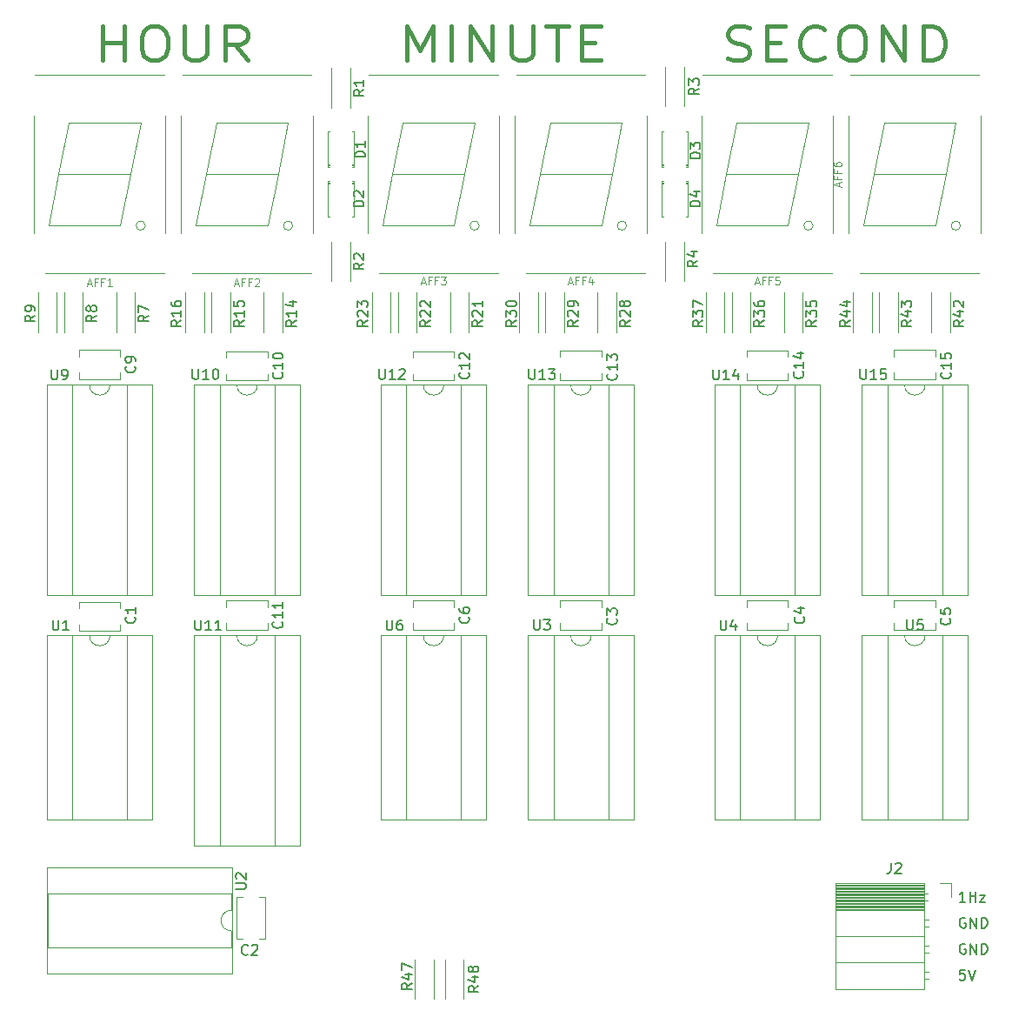
<source format=gbr>
G04 #@! TF.GenerationSoftware,KiCad,Pcbnew,(5.1.8)-1*
G04 #@! TF.CreationDate,2021-01-31T20:23:03-05:00*
G04 #@! TF.ProjectId,TTL_Logic_Clock_revA,54544c5f-4c6f-4676-9963-5f436c6f636b,rev?*
G04 #@! TF.SameCoordinates,Original*
G04 #@! TF.FileFunction,Legend,Top*
G04 #@! TF.FilePolarity,Positive*
%FSLAX46Y46*%
G04 Gerber Fmt 4.6, Leading zero omitted, Abs format (unit mm)*
G04 Created by KiCad (PCBNEW (5.1.8)-1) date 2021-01-31 20:23:03*
%MOMM*%
%LPD*%
G01*
G04 APERTURE LIST*
%ADD10C,0.203200*%
%ADD11C,0.381000*%
%ADD12C,0.120000*%
%ADD13C,0.150000*%
%ADD14C,0.101600*%
G04 APERTURE END LIST*
D10*
X154111476Y-125173619D02*
X153627666Y-125173619D01*
X153579285Y-125657428D01*
X153627666Y-125609047D01*
X153724428Y-125560666D01*
X153966333Y-125560666D01*
X154063095Y-125609047D01*
X154111476Y-125657428D01*
X154159857Y-125754190D01*
X154159857Y-125996095D01*
X154111476Y-126092857D01*
X154063095Y-126141238D01*
X153966333Y-126189619D01*
X153724428Y-126189619D01*
X153627666Y-126141238D01*
X153579285Y-126092857D01*
X154450142Y-125173619D02*
X154788809Y-126189619D01*
X155127476Y-125173619D01*
X154159856Y-122682000D02*
X154063094Y-122633619D01*
X153917952Y-122633619D01*
X153772809Y-122682000D01*
X153676047Y-122778761D01*
X153627666Y-122875523D01*
X153579285Y-123069047D01*
X153579285Y-123214190D01*
X153627666Y-123407714D01*
X153676047Y-123504476D01*
X153772809Y-123601238D01*
X153917952Y-123649619D01*
X154014713Y-123649619D01*
X154159856Y-123601238D01*
X154208237Y-123552857D01*
X154208237Y-123214190D01*
X154014713Y-123214190D01*
X154643666Y-123649619D02*
X154643666Y-122633619D01*
X155224237Y-123649619D01*
X155224237Y-122633619D01*
X155708047Y-123649619D02*
X155708047Y-122633619D01*
X155949952Y-122633619D01*
X156095094Y-122682000D01*
X156191856Y-122778761D01*
X156240237Y-122875523D01*
X156288618Y-123069047D01*
X156288618Y-123214190D01*
X156240237Y-123407714D01*
X156191856Y-123504476D01*
X156095094Y-123601238D01*
X155949952Y-123649619D01*
X155708047Y-123649619D01*
X154159856Y-120142000D02*
X154063094Y-120093619D01*
X153917952Y-120093619D01*
X153772809Y-120142000D01*
X153676047Y-120238761D01*
X153627666Y-120335523D01*
X153579285Y-120529047D01*
X153579285Y-120674190D01*
X153627666Y-120867714D01*
X153676047Y-120964476D01*
X153772809Y-121061238D01*
X153917952Y-121109619D01*
X154014713Y-121109619D01*
X154159856Y-121061238D01*
X154208237Y-121012857D01*
X154208237Y-120674190D01*
X154014713Y-120674190D01*
X154643666Y-121109619D02*
X154643666Y-120093619D01*
X155224237Y-121109619D01*
X155224237Y-120093619D01*
X155708047Y-121109619D02*
X155708047Y-120093619D01*
X155949952Y-120093619D01*
X156095094Y-120142000D01*
X156191856Y-120238761D01*
X156240237Y-120335523D01*
X156288618Y-120529047D01*
X156288618Y-120674190D01*
X156240237Y-120867714D01*
X156191856Y-120964476D01*
X156095094Y-121061238D01*
X155949952Y-121109619D01*
X155708047Y-121109619D01*
X154159857Y-118569619D02*
X153579285Y-118569619D01*
X153869571Y-118569619D02*
X153869571Y-117553619D01*
X153772809Y-117698761D01*
X153676047Y-117795523D01*
X153579285Y-117843904D01*
X154595285Y-118569619D02*
X154595285Y-117553619D01*
X154595285Y-118037428D02*
X155175857Y-118037428D01*
X155175857Y-118569619D02*
X155175857Y-117553619D01*
X155562904Y-117892285D02*
X156095095Y-117892285D01*
X155562904Y-118569619D01*
X156095095Y-118569619D01*
D11*
X130991428Y-36515523D02*
X131535714Y-36672761D01*
X132442857Y-36672761D01*
X132805714Y-36515523D01*
X132987142Y-36358285D01*
X133168571Y-36043809D01*
X133168571Y-35729333D01*
X132987142Y-35414857D01*
X132805714Y-35257619D01*
X132442857Y-35100380D01*
X131717142Y-34943142D01*
X131354285Y-34785904D01*
X131172857Y-34628666D01*
X130991428Y-34314190D01*
X130991428Y-33999714D01*
X131172857Y-33685238D01*
X131354285Y-33528000D01*
X131717142Y-33370761D01*
X132624285Y-33370761D01*
X133168571Y-33528000D01*
X134801428Y-34943142D02*
X136071428Y-34943142D01*
X136615714Y-36672761D02*
X134801428Y-36672761D01*
X134801428Y-33370761D01*
X136615714Y-33370761D01*
X140425714Y-36358285D02*
X140244285Y-36515523D01*
X139700000Y-36672761D01*
X139337142Y-36672761D01*
X138792857Y-36515523D01*
X138430000Y-36201047D01*
X138248571Y-35886571D01*
X138067142Y-35257619D01*
X138067142Y-34785904D01*
X138248571Y-34156952D01*
X138430000Y-33842476D01*
X138792857Y-33528000D01*
X139337142Y-33370761D01*
X139700000Y-33370761D01*
X140244285Y-33528000D01*
X140425714Y-33685238D01*
X142784285Y-33370761D02*
X143510000Y-33370761D01*
X143872857Y-33528000D01*
X144235714Y-33842476D01*
X144417142Y-34471428D01*
X144417142Y-35572095D01*
X144235714Y-36201047D01*
X143872857Y-36515523D01*
X143510000Y-36672761D01*
X142784285Y-36672761D01*
X142421428Y-36515523D01*
X142058571Y-36201047D01*
X141877142Y-35572095D01*
X141877142Y-34471428D01*
X142058571Y-33842476D01*
X142421428Y-33528000D01*
X142784285Y-33370761D01*
X146050000Y-36672761D02*
X146050000Y-33370761D01*
X148227142Y-36672761D01*
X148227142Y-33370761D01*
X150041428Y-36672761D02*
X150041428Y-33370761D01*
X150948571Y-33370761D01*
X151492857Y-33528000D01*
X151855714Y-33842476D01*
X152037142Y-34156952D01*
X152218571Y-34785904D01*
X152218571Y-35257619D01*
X152037142Y-35886571D01*
X151855714Y-36201047D01*
X151492857Y-36515523D01*
X150948571Y-36672761D01*
X150041428Y-36672761D01*
X99749428Y-36672761D02*
X99749428Y-33370761D01*
X101019428Y-35729333D01*
X102289428Y-33370761D01*
X102289428Y-36672761D01*
X104103714Y-36672761D02*
X104103714Y-33370761D01*
X105918000Y-36672761D02*
X105918000Y-33370761D01*
X108095142Y-36672761D01*
X108095142Y-33370761D01*
X109909428Y-33370761D02*
X109909428Y-36043809D01*
X110090857Y-36358285D01*
X110272285Y-36515523D01*
X110635142Y-36672761D01*
X111360857Y-36672761D01*
X111723714Y-36515523D01*
X111905142Y-36358285D01*
X112086571Y-36043809D01*
X112086571Y-33370761D01*
X113356571Y-33370761D02*
X115533714Y-33370761D01*
X114445142Y-36672761D02*
X114445142Y-33370761D01*
X116803714Y-34943142D02*
X118073714Y-34943142D01*
X118618000Y-36672761D02*
X116803714Y-36672761D01*
X116803714Y-33370761D01*
X118618000Y-33370761D01*
X70104000Y-36672761D02*
X70104000Y-33370761D01*
X70104000Y-34943142D02*
X72281142Y-34943142D01*
X72281142Y-36672761D02*
X72281142Y-33370761D01*
X74821142Y-33370761D02*
X75546857Y-33370761D01*
X75909714Y-33528000D01*
X76272571Y-33842476D01*
X76454000Y-34471428D01*
X76454000Y-35572095D01*
X76272571Y-36201047D01*
X75909714Y-36515523D01*
X75546857Y-36672761D01*
X74821142Y-36672761D01*
X74458285Y-36515523D01*
X74095428Y-36201047D01*
X73914000Y-35572095D01*
X73914000Y-34471428D01*
X74095428Y-33842476D01*
X74458285Y-33528000D01*
X74821142Y-33370761D01*
X78086857Y-33370761D02*
X78086857Y-36043809D01*
X78268285Y-36358285D01*
X78449714Y-36515523D01*
X78812571Y-36672761D01*
X79538285Y-36672761D01*
X79901142Y-36515523D01*
X80082571Y-36358285D01*
X80264000Y-36043809D01*
X80264000Y-33370761D01*
X84255428Y-36672761D02*
X82985428Y-35100380D01*
X82078285Y-36672761D02*
X82078285Y-33370761D01*
X83529714Y-33370761D01*
X83892571Y-33528000D01*
X84074000Y-33685238D01*
X84255428Y-33999714D01*
X84255428Y-34471428D01*
X84074000Y-34785904D01*
X83892571Y-34943142D01*
X83529714Y-35100380D01*
X82078285Y-35100380D01*
D12*
X103474000Y-124191000D02*
X103474000Y-128031000D01*
X105314000Y-124191000D02*
X105314000Y-128031000D01*
X100553000Y-124191000D02*
X100553000Y-128031000D01*
X102393000Y-124191000D02*
X102393000Y-128031000D01*
X154375000Y-92590000D02*
X144095000Y-92590000D01*
X154375000Y-110610000D02*
X154375000Y-92590000D01*
X144095000Y-110610000D02*
X154375000Y-110610000D01*
X144095000Y-92590000D02*
X144095000Y-110610000D01*
X151885000Y-92650000D02*
X150235000Y-92650000D01*
X151885000Y-110550000D02*
X151885000Y-92650000D01*
X146585000Y-110550000D02*
X151885000Y-110550000D01*
X146585000Y-92650000D02*
X146585000Y-110550000D01*
X148235000Y-92650000D02*
X146585000Y-92650000D01*
X150235000Y-92650000D02*
G75*
G02*
X148235000Y-92650000I-1000000J0D01*
G01*
X140024000Y-92590000D02*
X129744000Y-92590000D01*
X140024000Y-110610000D02*
X140024000Y-92590000D01*
X129744000Y-110610000D02*
X140024000Y-110610000D01*
X129744000Y-92590000D02*
X129744000Y-110610000D01*
X137534000Y-92650000D02*
X135884000Y-92650000D01*
X137534000Y-110550000D02*
X137534000Y-92650000D01*
X132234000Y-110550000D02*
X137534000Y-110550000D01*
X132234000Y-92650000D02*
X132234000Y-110550000D01*
X133884000Y-92650000D02*
X132234000Y-92650000D01*
X135884000Y-92650000D02*
G75*
G02*
X133884000Y-92650000I-1000000J0D01*
G01*
X115723000Y-92650000D02*
X114073000Y-92650000D01*
X114073000Y-92650000D02*
X114073000Y-110550000D01*
X114073000Y-110550000D02*
X119373000Y-110550000D01*
X119373000Y-110550000D02*
X119373000Y-92650000D01*
X119373000Y-92650000D02*
X117723000Y-92650000D01*
X111583000Y-92590000D02*
X111583000Y-110610000D01*
X111583000Y-110610000D02*
X121863000Y-110610000D01*
X121863000Y-110610000D02*
X121863000Y-92590000D01*
X121863000Y-92590000D02*
X111583000Y-92590000D01*
X117723000Y-92650000D02*
G75*
G02*
X115723000Y-92650000I-1000000J0D01*
G01*
X154375000Y-68206000D02*
X144095000Y-68206000D01*
X154375000Y-88766000D02*
X154375000Y-68206000D01*
X144095000Y-88766000D02*
X154375000Y-88766000D01*
X144095000Y-68206000D02*
X144095000Y-88766000D01*
X151885000Y-68266000D02*
X150235000Y-68266000D01*
X151885000Y-88706000D02*
X151885000Y-68266000D01*
X146585000Y-88706000D02*
X151885000Y-88706000D01*
X146585000Y-68266000D02*
X146585000Y-88706000D01*
X148235000Y-68266000D02*
X146585000Y-68266000D01*
X150235000Y-68266000D02*
G75*
G02*
X148235000Y-68266000I-1000000J0D01*
G01*
X140024000Y-68206000D02*
X129744000Y-68206000D01*
X140024000Y-88766000D02*
X140024000Y-68206000D01*
X129744000Y-88766000D02*
X140024000Y-88766000D01*
X129744000Y-68206000D02*
X129744000Y-88766000D01*
X137534000Y-68266000D02*
X135884000Y-68266000D01*
X137534000Y-88706000D02*
X137534000Y-68266000D01*
X132234000Y-88706000D02*
X137534000Y-88706000D01*
X132234000Y-68266000D02*
X132234000Y-88706000D01*
X133884000Y-68266000D02*
X132234000Y-68266000D01*
X135884000Y-68266000D02*
G75*
G02*
X133884000Y-68266000I-1000000J0D01*
G01*
X121863000Y-68206000D02*
X111583000Y-68206000D01*
X121863000Y-88766000D02*
X121863000Y-68206000D01*
X111583000Y-88766000D02*
X121863000Y-88766000D01*
X111583000Y-68206000D02*
X111583000Y-88766000D01*
X119373000Y-68266000D02*
X117723000Y-68266000D01*
X119373000Y-88706000D02*
X119373000Y-68266000D01*
X114073000Y-88706000D02*
X119373000Y-88706000D01*
X114073000Y-68266000D02*
X114073000Y-88706000D01*
X115723000Y-68266000D02*
X114073000Y-68266000D01*
X117723000Y-68266000D02*
G75*
G02*
X115723000Y-68266000I-1000000J0D01*
G01*
X101372000Y-68266000D02*
X99722000Y-68266000D01*
X99722000Y-68266000D02*
X99722000Y-88706000D01*
X99722000Y-88706000D02*
X105022000Y-88706000D01*
X105022000Y-88706000D02*
X105022000Y-68266000D01*
X105022000Y-68266000D02*
X103372000Y-68266000D01*
X97232000Y-68206000D02*
X97232000Y-88766000D01*
X97232000Y-88766000D02*
X107512000Y-88766000D01*
X107512000Y-88766000D02*
X107512000Y-68206000D01*
X107512000Y-68206000D02*
X97232000Y-68206000D01*
X103372000Y-68266000D02*
G75*
G02*
X101372000Y-68266000I-1000000J0D01*
G01*
X83211000Y-92650000D02*
X81561000Y-92650000D01*
X81561000Y-92650000D02*
X81561000Y-113090000D01*
X81561000Y-113090000D02*
X86861000Y-113090000D01*
X86861000Y-113090000D02*
X86861000Y-92650000D01*
X86861000Y-92650000D02*
X85211000Y-92650000D01*
X79071000Y-92590000D02*
X79071000Y-113150000D01*
X79071000Y-113150000D02*
X89351000Y-113150000D01*
X89351000Y-113150000D02*
X89351000Y-92590000D01*
X89351000Y-92590000D02*
X79071000Y-92590000D01*
X85211000Y-92650000D02*
G75*
G02*
X83211000Y-92650000I-1000000J0D01*
G01*
X89351000Y-68206000D02*
X79071000Y-68206000D01*
X89351000Y-88766000D02*
X89351000Y-68206000D01*
X79071000Y-88766000D02*
X89351000Y-88766000D01*
X79071000Y-68206000D02*
X79071000Y-88766000D01*
X86861000Y-68266000D02*
X85211000Y-68266000D01*
X86861000Y-88706000D02*
X86861000Y-68266000D01*
X81561000Y-88706000D02*
X86861000Y-88706000D01*
X81561000Y-68266000D02*
X81561000Y-88706000D01*
X83211000Y-68266000D02*
X81561000Y-68266000D01*
X85211000Y-68266000D02*
G75*
G02*
X83211000Y-68266000I-1000000J0D01*
G01*
X75000000Y-68206000D02*
X64720000Y-68206000D01*
X75000000Y-88766000D02*
X75000000Y-68206000D01*
X64720000Y-88766000D02*
X75000000Y-88766000D01*
X64720000Y-68206000D02*
X64720000Y-88766000D01*
X72510000Y-68266000D02*
X70860000Y-68266000D01*
X72510000Y-88706000D02*
X72510000Y-68266000D01*
X67210000Y-88706000D02*
X72510000Y-88706000D01*
X67210000Y-68266000D02*
X67210000Y-88706000D01*
X68860000Y-68266000D02*
X67210000Y-68266000D01*
X70860000Y-68266000D02*
G75*
G02*
X68860000Y-68266000I-1000000J0D01*
G01*
X107512000Y-92590000D02*
X97232000Y-92590000D01*
X107512000Y-110610000D02*
X107512000Y-92590000D01*
X97232000Y-110610000D02*
X107512000Y-110610000D01*
X97232000Y-92590000D02*
X97232000Y-110610000D01*
X105022000Y-92650000D02*
X103372000Y-92650000D01*
X105022000Y-110550000D02*
X105022000Y-92650000D01*
X99722000Y-110550000D02*
X105022000Y-110550000D01*
X99722000Y-92650000D02*
X99722000Y-110550000D01*
X101372000Y-92650000D02*
X99722000Y-92650000D01*
X103372000Y-92650000D02*
G75*
G02*
X101372000Y-92650000I-1000000J0D01*
G01*
X82680000Y-119396000D02*
X82680000Y-117746000D01*
X82680000Y-117746000D02*
X64780000Y-117746000D01*
X64780000Y-117746000D02*
X64780000Y-123046000D01*
X64780000Y-123046000D02*
X82680000Y-123046000D01*
X82680000Y-123046000D02*
X82680000Y-121396000D01*
X82740000Y-115256000D02*
X64720000Y-115256000D01*
X64720000Y-115256000D02*
X64720000Y-125536000D01*
X64720000Y-125536000D02*
X82740000Y-125536000D01*
X82740000Y-125536000D02*
X82740000Y-115256000D01*
X82680000Y-121396000D02*
G75*
G02*
X82680000Y-119396000I0J1000000D01*
G01*
X68860000Y-92650000D02*
X67210000Y-92650000D01*
X67210000Y-92650000D02*
X67210000Y-110550000D01*
X67210000Y-110550000D02*
X72510000Y-110550000D01*
X72510000Y-110550000D02*
X72510000Y-92650000D01*
X72510000Y-92650000D02*
X70860000Y-92650000D01*
X64720000Y-92590000D02*
X64720000Y-110610000D01*
X64720000Y-110610000D02*
X75000000Y-110610000D01*
X75000000Y-110610000D02*
X75000000Y-92590000D01*
X75000000Y-92590000D02*
X64720000Y-92590000D01*
X70860000Y-92650000D02*
G75*
G02*
X68860000Y-92650000I-1000000J0D01*
G01*
X126777000Y-58181000D02*
X126777000Y-54341000D01*
X124937000Y-58181000D02*
X124937000Y-54341000D01*
X124937000Y-37323000D02*
X124937000Y-41163000D01*
X126777000Y-37323000D02*
X126777000Y-41163000D01*
X94265000Y-58181000D02*
X94265000Y-54341000D01*
X92425000Y-58181000D02*
X92425000Y-54341000D01*
X92425000Y-37450000D02*
X92425000Y-41290000D01*
X94265000Y-37450000D02*
X94265000Y-41290000D01*
X143225000Y-59294000D02*
X143225000Y-63134000D01*
X145065000Y-59294000D02*
X145065000Y-63134000D01*
X145765000Y-59294000D02*
X145765000Y-63134000D01*
X147605000Y-59294000D02*
X147605000Y-63134000D01*
X150845000Y-59294000D02*
X150845000Y-63134000D01*
X152685000Y-59294000D02*
X152685000Y-63134000D01*
X128874000Y-59294000D02*
X128874000Y-63134000D01*
X130714000Y-59294000D02*
X130714000Y-63134000D01*
X131414000Y-59294000D02*
X131414000Y-63134000D01*
X133254000Y-59294000D02*
X133254000Y-63134000D01*
X136494000Y-59294000D02*
X136494000Y-63134000D01*
X138334000Y-59294000D02*
X138334000Y-63134000D01*
X112553000Y-59294000D02*
X112553000Y-63134000D01*
X110713000Y-59294000D02*
X110713000Y-63134000D01*
X115093000Y-59294000D02*
X115093000Y-63134000D01*
X113253000Y-59294000D02*
X113253000Y-63134000D01*
X120173000Y-59294000D02*
X120173000Y-63134000D01*
X118333000Y-59294000D02*
X118333000Y-63134000D01*
X96362000Y-59294000D02*
X96362000Y-63134000D01*
X98202000Y-59294000D02*
X98202000Y-63134000D01*
X98902000Y-59294000D02*
X98902000Y-63134000D01*
X100742000Y-59294000D02*
X100742000Y-63134000D01*
X103982000Y-59294000D02*
X103982000Y-63134000D01*
X105822000Y-59294000D02*
X105822000Y-63134000D01*
X78201000Y-59294000D02*
X78201000Y-63134000D01*
X80041000Y-59294000D02*
X80041000Y-63134000D01*
X80741000Y-59294000D02*
X80741000Y-63134000D01*
X82581000Y-59294000D02*
X82581000Y-63134000D01*
X85821000Y-59294000D02*
X85821000Y-63134000D01*
X87661000Y-59294000D02*
X87661000Y-63134000D01*
X65690000Y-59294000D02*
X65690000Y-63134000D01*
X63850000Y-59294000D02*
X63850000Y-63134000D01*
X68230000Y-59294000D02*
X68230000Y-63134000D01*
X66390000Y-59294000D02*
X66390000Y-63134000D01*
X73310000Y-59294000D02*
X73310000Y-63134000D01*
X71470000Y-59294000D02*
X71470000Y-63134000D01*
X151638000Y-116780000D02*
X152748000Y-116780000D01*
X152748000Y-116780000D02*
X152748000Y-118110000D01*
X141548000Y-116780000D02*
X141548000Y-127060000D01*
X141548000Y-127060000D02*
X150178000Y-127060000D01*
X150178000Y-116780000D02*
X150178000Y-127060000D01*
X141548000Y-116780000D02*
X150178000Y-116780000D01*
X141548000Y-124460000D02*
X150178000Y-124460000D01*
X141548000Y-121920000D02*
X150178000Y-121920000D01*
X141548000Y-119380000D02*
X150178000Y-119380000D01*
X150178000Y-126090000D02*
X150588000Y-126090000D01*
X150178000Y-125370000D02*
X150588000Y-125370000D01*
X150178000Y-123550000D02*
X150588000Y-123550000D01*
X150178000Y-122830000D02*
X150588000Y-122830000D01*
X150178000Y-121010000D02*
X150588000Y-121010000D01*
X150178000Y-120290000D02*
X150588000Y-120290000D01*
X150178000Y-118470000D02*
X150528000Y-118470000D01*
X150178000Y-117750000D02*
X150528000Y-117750000D01*
X141548000Y-119261900D02*
X150178000Y-119261900D01*
X141548000Y-119143805D02*
X150178000Y-119143805D01*
X141548000Y-119025710D02*
X150178000Y-119025710D01*
X141548000Y-118907615D02*
X150178000Y-118907615D01*
X141548000Y-118789520D02*
X150178000Y-118789520D01*
X141548000Y-118671425D02*
X150178000Y-118671425D01*
X141548000Y-118553330D02*
X150178000Y-118553330D01*
X141548000Y-118435235D02*
X150178000Y-118435235D01*
X141548000Y-118317140D02*
X150178000Y-118317140D01*
X141548000Y-118199045D02*
X150178000Y-118199045D01*
X141548000Y-118080950D02*
X150178000Y-118080950D01*
X141548000Y-117962855D02*
X150178000Y-117962855D01*
X141548000Y-117844760D02*
X150178000Y-117844760D01*
X141548000Y-117726665D02*
X150178000Y-117726665D01*
X141548000Y-117608570D02*
X150178000Y-117608570D01*
X141548000Y-117490475D02*
X150178000Y-117490475D01*
X141548000Y-117372380D02*
X150178000Y-117372380D01*
X141548000Y-117254285D02*
X150178000Y-117254285D01*
X141548000Y-117136190D02*
X150178000Y-117136190D01*
X141548000Y-117018095D02*
X150178000Y-117018095D01*
X141548000Y-116900000D02*
X150178000Y-116900000D01*
X127117000Y-48455000D02*
X127117000Y-51875000D01*
X124597000Y-48455000D02*
X124597000Y-51875000D01*
X127117000Y-48455000D02*
X126937000Y-48455000D01*
X124777000Y-48455000D02*
X124597000Y-48455000D01*
X127117000Y-51875000D02*
X126952000Y-51875000D01*
X124762000Y-51875000D02*
X124597000Y-51875000D01*
X127117000Y-48575000D02*
X126937000Y-48575000D01*
X124777000Y-48575000D02*
X124597000Y-48575000D01*
X127117000Y-48695000D02*
X126937000Y-48695000D01*
X124777000Y-48695000D02*
X124597000Y-48695000D01*
X126937000Y-46809000D02*
X127117000Y-46809000D01*
X124597000Y-46809000D02*
X124777000Y-46809000D01*
X126937000Y-46929000D02*
X127117000Y-46929000D01*
X124597000Y-46929000D02*
X124777000Y-46929000D01*
X126952000Y-43629000D02*
X127117000Y-43629000D01*
X124597000Y-43629000D02*
X124762000Y-43629000D01*
X126937000Y-47049000D02*
X127117000Y-47049000D01*
X124597000Y-47049000D02*
X124777000Y-47049000D01*
X127117000Y-47049000D02*
X127117000Y-43629000D01*
X124597000Y-47049000D02*
X124597000Y-43629000D01*
X92265000Y-48695000D02*
X92085000Y-48695000D01*
X94605000Y-48695000D02*
X94425000Y-48695000D01*
X92265000Y-48575000D02*
X92085000Y-48575000D01*
X94605000Y-48575000D02*
X94425000Y-48575000D01*
X92250000Y-51875000D02*
X92085000Y-51875000D01*
X94605000Y-51875000D02*
X94440000Y-51875000D01*
X92265000Y-48455000D02*
X92085000Y-48455000D01*
X94605000Y-48455000D02*
X94425000Y-48455000D01*
X92085000Y-48455000D02*
X92085000Y-51875000D01*
X94605000Y-48455000D02*
X94605000Y-51875000D01*
X92085000Y-47049000D02*
X92085000Y-43629000D01*
X94605000Y-47049000D02*
X94605000Y-43629000D01*
X92085000Y-47049000D02*
X92265000Y-47049000D01*
X94425000Y-47049000D02*
X94605000Y-47049000D01*
X92085000Y-43629000D02*
X92250000Y-43629000D01*
X94440000Y-43629000D02*
X94605000Y-43629000D01*
X92085000Y-46929000D02*
X92265000Y-46929000D01*
X94425000Y-46929000D02*
X94605000Y-46929000D01*
X92085000Y-46809000D02*
X92265000Y-46809000D01*
X94425000Y-46809000D02*
X94605000Y-46809000D01*
X147205000Y-65499000D02*
X147205000Y-64874000D01*
X147205000Y-67714000D02*
X147205000Y-67089000D01*
X151245000Y-65499000D02*
X151245000Y-64874000D01*
X151245000Y-67714000D02*
X151245000Y-67089000D01*
X151245000Y-64874000D02*
X147205000Y-64874000D01*
X151245000Y-67714000D02*
X147205000Y-67714000D01*
X132854000Y-65562500D02*
X132854000Y-64937500D01*
X132854000Y-67777500D02*
X132854000Y-67152500D01*
X136894000Y-65562500D02*
X136894000Y-64937500D01*
X136894000Y-67777500D02*
X136894000Y-67152500D01*
X136894000Y-64937500D02*
X132854000Y-64937500D01*
X136894000Y-67777500D02*
X132854000Y-67777500D01*
X114693000Y-65562500D02*
X114693000Y-64937500D01*
X114693000Y-67777500D02*
X114693000Y-67152500D01*
X118733000Y-65562500D02*
X118733000Y-64937500D01*
X118733000Y-67777500D02*
X118733000Y-67152500D01*
X118733000Y-64937500D02*
X114693000Y-64937500D01*
X118733000Y-67777500D02*
X114693000Y-67777500D01*
X100342000Y-65626000D02*
X100342000Y-65001000D01*
X100342000Y-67841000D02*
X100342000Y-67216000D01*
X104382000Y-65626000D02*
X104382000Y-65001000D01*
X104382000Y-67841000D02*
X104382000Y-67216000D01*
X104382000Y-65001000D02*
X100342000Y-65001000D01*
X104382000Y-67841000D02*
X100342000Y-67841000D01*
X82181000Y-89883000D02*
X82181000Y-89258000D01*
X82181000Y-92098000D02*
X82181000Y-91473000D01*
X86221000Y-89883000D02*
X86221000Y-89258000D01*
X86221000Y-92098000D02*
X86221000Y-91473000D01*
X86221000Y-89258000D02*
X82181000Y-89258000D01*
X86221000Y-92098000D02*
X82181000Y-92098000D01*
X82181000Y-65626000D02*
X82181000Y-65001000D01*
X82181000Y-67841000D02*
X82181000Y-67216000D01*
X86221000Y-65626000D02*
X86221000Y-65001000D01*
X86221000Y-67841000D02*
X86221000Y-67216000D01*
X86221000Y-65001000D02*
X82181000Y-65001000D01*
X86221000Y-67841000D02*
X82181000Y-67841000D01*
X67830000Y-65499000D02*
X67830000Y-64874000D01*
X67830000Y-67714000D02*
X67830000Y-67089000D01*
X71870000Y-65499000D02*
X71870000Y-64874000D01*
X71870000Y-67714000D02*
X71870000Y-67089000D01*
X71870000Y-64874000D02*
X67830000Y-64874000D01*
X71870000Y-67714000D02*
X67830000Y-67714000D01*
X104382000Y-91473000D02*
X104382000Y-92098000D01*
X104382000Y-89258000D02*
X104382000Y-89883000D01*
X100342000Y-91473000D02*
X100342000Y-92098000D01*
X100342000Y-89258000D02*
X100342000Y-89883000D01*
X100342000Y-92098000D02*
X104382000Y-92098000D01*
X100342000Y-89258000D02*
X104382000Y-89258000D01*
X151245000Y-91473000D02*
X151245000Y-92098000D01*
X151245000Y-89258000D02*
X151245000Y-89883000D01*
X147205000Y-91473000D02*
X147205000Y-92098000D01*
X147205000Y-89258000D02*
X147205000Y-89883000D01*
X147205000Y-92098000D02*
X151245000Y-92098000D01*
X147205000Y-89258000D02*
X151245000Y-89258000D01*
X136894000Y-91473000D02*
X136894000Y-92098000D01*
X136894000Y-89258000D02*
X136894000Y-89883000D01*
X132854000Y-91473000D02*
X132854000Y-92098000D01*
X132854000Y-89258000D02*
X132854000Y-89883000D01*
X132854000Y-92098000D02*
X136894000Y-92098000D01*
X132854000Y-89258000D02*
X136894000Y-89258000D01*
X114693000Y-89258000D02*
X118733000Y-89258000D01*
X114693000Y-92098000D02*
X118733000Y-92098000D01*
X114693000Y-89258000D02*
X114693000Y-89883000D01*
X114693000Y-91473000D02*
X114693000Y-92098000D01*
X118733000Y-89258000D02*
X118733000Y-89883000D01*
X118733000Y-91473000D02*
X118733000Y-92098000D01*
X86002000Y-118102000D02*
X86002000Y-122142000D01*
X83162000Y-118102000D02*
X83162000Y-122142000D01*
X86002000Y-118102000D02*
X85377000Y-118102000D01*
X83787000Y-118102000D02*
X83162000Y-118102000D01*
X86002000Y-122142000D02*
X85377000Y-122142000D01*
X83787000Y-122142000D02*
X83162000Y-122142000D01*
X71870000Y-91600000D02*
X71870000Y-92225000D01*
X71870000Y-89385000D02*
X71870000Y-90010000D01*
X67830000Y-91600000D02*
X67830000Y-92225000D01*
X67830000Y-89385000D02*
X67830000Y-90010000D01*
X67830000Y-92225000D02*
X71870000Y-92225000D01*
X67830000Y-89385000D02*
X71870000Y-89385000D01*
X139321214Y-52764700D02*
G75*
G03*
X139321214Y-52764700I-447214J0D01*
G01*
X131874000Y-42764700D02*
X138874000Y-42764700D01*
X137874000Y-47764700D02*
X130874000Y-47764700D01*
X138874000Y-42764700D02*
X137874000Y-47764700D01*
X136874000Y-52764700D02*
X137874000Y-47764700D01*
X129874000Y-52764700D02*
X136874000Y-52764700D01*
X130874000Y-47764700D02*
X129874000Y-52764700D01*
X131874000Y-42764700D02*
X130874000Y-47764700D01*
X141174000Y-38129700D02*
X128574000Y-38129700D01*
X129574000Y-57399700D02*
X141174000Y-57399700D01*
X141284000Y-53479700D02*
X141284000Y-42049700D01*
X128464000Y-53479700D02*
X128464000Y-42049700D01*
X121160214Y-52764700D02*
G75*
G03*
X121160214Y-52764700I-447214J0D01*
G01*
X113713000Y-42764700D02*
X120713000Y-42764700D01*
X119713000Y-47764700D02*
X112713000Y-47764700D01*
X120713000Y-42764700D02*
X119713000Y-47764700D01*
X118713000Y-52764700D02*
X119713000Y-47764700D01*
X111713000Y-52764700D02*
X118713000Y-52764700D01*
X112713000Y-47764700D02*
X111713000Y-52764700D01*
X113713000Y-42764700D02*
X112713000Y-47764700D01*
X123013000Y-38129700D02*
X110413000Y-38129700D01*
X111413000Y-57399700D02*
X123013000Y-57399700D01*
X123123000Y-53479700D02*
X123123000Y-42049700D01*
X110303000Y-53479700D02*
X110303000Y-42049700D01*
X106809214Y-52764700D02*
G75*
G03*
X106809214Y-52764700I-447214J0D01*
G01*
X99362000Y-42764700D02*
X106362000Y-42764700D01*
X105362000Y-47764700D02*
X98362000Y-47764700D01*
X106362000Y-42764700D02*
X105362000Y-47764700D01*
X104362000Y-52764700D02*
X105362000Y-47764700D01*
X97362000Y-52764700D02*
X104362000Y-52764700D01*
X98362000Y-47764700D02*
X97362000Y-52764700D01*
X99362000Y-42764700D02*
X98362000Y-47764700D01*
X108662000Y-38129700D02*
X96062000Y-38129700D01*
X97062000Y-57399700D02*
X108662000Y-57399700D01*
X108772000Y-53479700D02*
X108772000Y-42049700D01*
X95952000Y-53479700D02*
X95952000Y-42049700D01*
X88648214Y-52764700D02*
G75*
G03*
X88648214Y-52764700I-447214J0D01*
G01*
X81201000Y-42764700D02*
X88201000Y-42764700D01*
X87201000Y-47764700D02*
X80201000Y-47764700D01*
X88201000Y-42764700D02*
X87201000Y-47764700D01*
X86201000Y-52764700D02*
X87201000Y-47764700D01*
X79201000Y-52764700D02*
X86201000Y-52764700D01*
X80201000Y-47764700D02*
X79201000Y-52764700D01*
X81201000Y-42764700D02*
X80201000Y-47764700D01*
X90501000Y-38129700D02*
X77901000Y-38129700D01*
X78901000Y-57399700D02*
X90501000Y-57399700D01*
X90611000Y-53479700D02*
X90611000Y-42049700D01*
X77791000Y-53479700D02*
X77791000Y-42049700D01*
X74297214Y-52764700D02*
G75*
G03*
X74297214Y-52764700I-447214J0D01*
G01*
X66850000Y-42764700D02*
X73850000Y-42764700D01*
X72850000Y-47764700D02*
X65850000Y-47764700D01*
X73850000Y-42764700D02*
X72850000Y-47764700D01*
X71850000Y-52764700D02*
X72850000Y-47764700D01*
X64850000Y-52764700D02*
X71850000Y-52764700D01*
X65850000Y-47764700D02*
X64850000Y-52764700D01*
X66850000Y-42764700D02*
X65850000Y-47764700D01*
X76150000Y-38129700D02*
X63550000Y-38129700D01*
X64550000Y-57399700D02*
X76150000Y-57399700D01*
X76260000Y-53479700D02*
X76260000Y-42049700D01*
X63440000Y-53479700D02*
X63440000Y-42049700D01*
X153672214Y-52764700D02*
G75*
G03*
X153672214Y-52764700I-447214J0D01*
G01*
X146225000Y-42764700D02*
X153225000Y-42764700D01*
X152225000Y-47764700D02*
X145225000Y-47764700D01*
X153225000Y-42764700D02*
X152225000Y-47764700D01*
X151225000Y-52764700D02*
X152225000Y-47764700D01*
X144225000Y-52764700D02*
X151225000Y-52764700D01*
X145225000Y-47764700D02*
X144225000Y-52764700D01*
X146225000Y-42764700D02*
X145225000Y-47764700D01*
X155525000Y-38129700D02*
X142925000Y-38129700D01*
X143925000Y-57399700D02*
X155525000Y-57399700D01*
X155635000Y-53479700D02*
X155635000Y-42049700D01*
X142815000Y-53479700D02*
X142815000Y-42049700D01*
D13*
X106751380Y-126753857D02*
X106275190Y-127087190D01*
X106751380Y-127325285D02*
X105751380Y-127325285D01*
X105751380Y-126944333D01*
X105799000Y-126849095D01*
X105846619Y-126801476D01*
X105941857Y-126753857D01*
X106084714Y-126753857D01*
X106179952Y-126801476D01*
X106227571Y-126849095D01*
X106275190Y-126944333D01*
X106275190Y-127325285D01*
X106084714Y-125896714D02*
X106751380Y-125896714D01*
X105703761Y-126134809D02*
X106418047Y-126372904D01*
X106418047Y-125753857D01*
X106179952Y-125230047D02*
X106132333Y-125325285D01*
X106084714Y-125372904D01*
X105989476Y-125420523D01*
X105941857Y-125420523D01*
X105846619Y-125372904D01*
X105799000Y-125325285D01*
X105751380Y-125230047D01*
X105751380Y-125039571D01*
X105799000Y-124944333D01*
X105846619Y-124896714D01*
X105941857Y-124849095D01*
X105989476Y-124849095D01*
X106084714Y-124896714D01*
X106132333Y-124944333D01*
X106179952Y-125039571D01*
X106179952Y-125230047D01*
X106227571Y-125325285D01*
X106275190Y-125372904D01*
X106370428Y-125420523D01*
X106560904Y-125420523D01*
X106656142Y-125372904D01*
X106703761Y-125325285D01*
X106751380Y-125230047D01*
X106751380Y-125039571D01*
X106703761Y-124944333D01*
X106656142Y-124896714D01*
X106560904Y-124849095D01*
X106370428Y-124849095D01*
X106275190Y-124896714D01*
X106227571Y-124944333D01*
X106179952Y-125039571D01*
X100274380Y-126499857D02*
X99798190Y-126833190D01*
X100274380Y-127071285D02*
X99274380Y-127071285D01*
X99274380Y-126690333D01*
X99322000Y-126595095D01*
X99369619Y-126547476D01*
X99464857Y-126499857D01*
X99607714Y-126499857D01*
X99702952Y-126547476D01*
X99750571Y-126595095D01*
X99798190Y-126690333D01*
X99798190Y-127071285D01*
X99607714Y-125642714D02*
X100274380Y-125642714D01*
X99226761Y-125880809D02*
X99941047Y-126118904D01*
X99941047Y-125499857D01*
X99274380Y-125214142D02*
X99274380Y-124547476D01*
X100274380Y-124976047D01*
X148473095Y-91102380D02*
X148473095Y-91911904D01*
X148520714Y-92007142D01*
X148568333Y-92054761D01*
X148663571Y-92102380D01*
X148854047Y-92102380D01*
X148949285Y-92054761D01*
X148996904Y-92007142D01*
X149044523Y-91911904D01*
X149044523Y-91102380D01*
X149996904Y-91102380D02*
X149520714Y-91102380D01*
X149473095Y-91578571D01*
X149520714Y-91530952D01*
X149615952Y-91483333D01*
X149854047Y-91483333D01*
X149949285Y-91530952D01*
X149996904Y-91578571D01*
X150044523Y-91673809D01*
X150044523Y-91911904D01*
X149996904Y-92007142D01*
X149949285Y-92054761D01*
X149854047Y-92102380D01*
X149615952Y-92102380D01*
X149520714Y-92054761D01*
X149473095Y-92007142D01*
X130302095Y-91146380D02*
X130302095Y-91955904D01*
X130349714Y-92051142D01*
X130397333Y-92098761D01*
X130492571Y-92146380D01*
X130683047Y-92146380D01*
X130778285Y-92098761D01*
X130825904Y-92051142D01*
X130873523Y-91955904D01*
X130873523Y-91146380D01*
X131778285Y-91479714D02*
X131778285Y-92146380D01*
X131540190Y-91098761D02*
X131302095Y-91813047D01*
X131921142Y-91813047D01*
X112141095Y-91102380D02*
X112141095Y-91911904D01*
X112188714Y-92007142D01*
X112236333Y-92054761D01*
X112331571Y-92102380D01*
X112522047Y-92102380D01*
X112617285Y-92054761D01*
X112664904Y-92007142D01*
X112712523Y-91911904D01*
X112712523Y-91102380D01*
X113093476Y-91102380D02*
X113712523Y-91102380D01*
X113379190Y-91483333D01*
X113522047Y-91483333D01*
X113617285Y-91530952D01*
X113664904Y-91578571D01*
X113712523Y-91673809D01*
X113712523Y-91911904D01*
X113664904Y-92007142D01*
X113617285Y-92054761D01*
X113522047Y-92102380D01*
X113236333Y-92102380D01*
X113141095Y-92054761D01*
X113093476Y-92007142D01*
X143922904Y-66718380D02*
X143922904Y-67527904D01*
X143970523Y-67623142D01*
X144018142Y-67670761D01*
X144113380Y-67718380D01*
X144303857Y-67718380D01*
X144399095Y-67670761D01*
X144446714Y-67623142D01*
X144494333Y-67527904D01*
X144494333Y-66718380D01*
X145494333Y-67718380D02*
X144922904Y-67718380D01*
X145208619Y-67718380D02*
X145208619Y-66718380D01*
X145113380Y-66861238D01*
X145018142Y-66956476D01*
X144922904Y-67004095D01*
X146399095Y-66718380D02*
X145922904Y-66718380D01*
X145875285Y-67194571D01*
X145922904Y-67146952D01*
X146018142Y-67099333D01*
X146256238Y-67099333D01*
X146351476Y-67146952D01*
X146399095Y-67194571D01*
X146446714Y-67289809D01*
X146446714Y-67527904D01*
X146399095Y-67623142D01*
X146351476Y-67670761D01*
X146256238Y-67718380D01*
X146018142Y-67718380D01*
X145922904Y-67670761D01*
X145875285Y-67623142D01*
X129571904Y-66762380D02*
X129571904Y-67571904D01*
X129619523Y-67667142D01*
X129667142Y-67714761D01*
X129762380Y-67762380D01*
X129952857Y-67762380D01*
X130048095Y-67714761D01*
X130095714Y-67667142D01*
X130143333Y-67571904D01*
X130143333Y-66762380D01*
X131143333Y-67762380D02*
X130571904Y-67762380D01*
X130857619Y-67762380D02*
X130857619Y-66762380D01*
X130762380Y-66905238D01*
X130667142Y-67000476D01*
X130571904Y-67048095D01*
X132000476Y-67095714D02*
X132000476Y-67762380D01*
X131762380Y-66714761D02*
X131524285Y-67429047D01*
X132143333Y-67429047D01*
X111664904Y-66718380D02*
X111664904Y-67527904D01*
X111712523Y-67623142D01*
X111760142Y-67670761D01*
X111855380Y-67718380D01*
X112045857Y-67718380D01*
X112141095Y-67670761D01*
X112188714Y-67623142D01*
X112236333Y-67527904D01*
X112236333Y-66718380D01*
X113236333Y-67718380D02*
X112664904Y-67718380D01*
X112950619Y-67718380D02*
X112950619Y-66718380D01*
X112855380Y-66861238D01*
X112760142Y-66956476D01*
X112664904Y-67004095D01*
X113569666Y-66718380D02*
X114188714Y-66718380D01*
X113855380Y-67099333D01*
X113998238Y-67099333D01*
X114093476Y-67146952D01*
X114141095Y-67194571D01*
X114188714Y-67289809D01*
X114188714Y-67527904D01*
X114141095Y-67623142D01*
X114093476Y-67670761D01*
X113998238Y-67718380D01*
X113712523Y-67718380D01*
X113617285Y-67670761D01*
X113569666Y-67623142D01*
X97059904Y-66718380D02*
X97059904Y-67527904D01*
X97107523Y-67623142D01*
X97155142Y-67670761D01*
X97250380Y-67718380D01*
X97440857Y-67718380D01*
X97536095Y-67670761D01*
X97583714Y-67623142D01*
X97631333Y-67527904D01*
X97631333Y-66718380D01*
X98631333Y-67718380D02*
X98059904Y-67718380D01*
X98345619Y-67718380D02*
X98345619Y-66718380D01*
X98250380Y-66861238D01*
X98155142Y-66956476D01*
X98059904Y-67004095D01*
X99012285Y-66813619D02*
X99059904Y-66766000D01*
X99155142Y-66718380D01*
X99393238Y-66718380D01*
X99488476Y-66766000D01*
X99536095Y-66813619D01*
X99583714Y-66908857D01*
X99583714Y-67004095D01*
X99536095Y-67146952D01*
X98964666Y-67718380D01*
X99583714Y-67718380D01*
X79152904Y-91146380D02*
X79152904Y-91955904D01*
X79200523Y-92051142D01*
X79248142Y-92098761D01*
X79343380Y-92146380D01*
X79533857Y-92146380D01*
X79629095Y-92098761D01*
X79676714Y-92051142D01*
X79724333Y-91955904D01*
X79724333Y-91146380D01*
X80724333Y-92146380D02*
X80152904Y-92146380D01*
X80438619Y-92146380D02*
X80438619Y-91146380D01*
X80343380Y-91289238D01*
X80248142Y-91384476D01*
X80152904Y-91432095D01*
X81676714Y-92146380D02*
X81105285Y-92146380D01*
X81391000Y-92146380D02*
X81391000Y-91146380D01*
X81295761Y-91289238D01*
X81200523Y-91384476D01*
X81105285Y-91432095D01*
X78898904Y-66718380D02*
X78898904Y-67527904D01*
X78946523Y-67623142D01*
X78994142Y-67670761D01*
X79089380Y-67718380D01*
X79279857Y-67718380D01*
X79375095Y-67670761D01*
X79422714Y-67623142D01*
X79470333Y-67527904D01*
X79470333Y-66718380D01*
X80470333Y-67718380D02*
X79898904Y-67718380D01*
X80184619Y-67718380D02*
X80184619Y-66718380D01*
X80089380Y-66861238D01*
X79994142Y-66956476D01*
X79898904Y-67004095D01*
X81089380Y-66718380D02*
X81184619Y-66718380D01*
X81279857Y-66766000D01*
X81327476Y-66813619D01*
X81375095Y-66908857D01*
X81422714Y-67099333D01*
X81422714Y-67337428D01*
X81375095Y-67527904D01*
X81327476Y-67623142D01*
X81279857Y-67670761D01*
X81184619Y-67718380D01*
X81089380Y-67718380D01*
X80994142Y-67670761D01*
X80946523Y-67623142D01*
X80898904Y-67527904D01*
X80851285Y-67337428D01*
X80851285Y-67099333D01*
X80898904Y-66908857D01*
X80946523Y-66813619D01*
X80994142Y-66766000D01*
X81089380Y-66718380D01*
X65151095Y-66762380D02*
X65151095Y-67571904D01*
X65198714Y-67667142D01*
X65246333Y-67714761D01*
X65341571Y-67762380D01*
X65532047Y-67762380D01*
X65627285Y-67714761D01*
X65674904Y-67667142D01*
X65722523Y-67571904D01*
X65722523Y-66762380D01*
X66246333Y-67762380D02*
X66436809Y-67762380D01*
X66532047Y-67714761D01*
X66579666Y-67667142D01*
X66674904Y-67524285D01*
X66722523Y-67333809D01*
X66722523Y-66952857D01*
X66674904Y-66857619D01*
X66627285Y-66810000D01*
X66532047Y-66762380D01*
X66341571Y-66762380D01*
X66246333Y-66810000D01*
X66198714Y-66857619D01*
X66151095Y-66952857D01*
X66151095Y-67190952D01*
X66198714Y-67286190D01*
X66246333Y-67333809D01*
X66341571Y-67381428D01*
X66532047Y-67381428D01*
X66627285Y-67333809D01*
X66674904Y-67286190D01*
X66722523Y-67190952D01*
X97790095Y-91146380D02*
X97790095Y-91955904D01*
X97837714Y-92051142D01*
X97885333Y-92098761D01*
X97980571Y-92146380D01*
X98171047Y-92146380D01*
X98266285Y-92098761D01*
X98313904Y-92051142D01*
X98361523Y-91955904D01*
X98361523Y-91146380D01*
X99266285Y-91146380D02*
X99075809Y-91146380D01*
X98980571Y-91194000D01*
X98932952Y-91241619D01*
X98837714Y-91384476D01*
X98790095Y-91574952D01*
X98790095Y-91955904D01*
X98837714Y-92051142D01*
X98885333Y-92098761D01*
X98980571Y-92146380D01*
X99171047Y-92146380D01*
X99266285Y-92098761D01*
X99313904Y-92051142D01*
X99361523Y-91955904D01*
X99361523Y-91717809D01*
X99313904Y-91622571D01*
X99266285Y-91574952D01*
X99171047Y-91527333D01*
X98980571Y-91527333D01*
X98885333Y-91574952D01*
X98837714Y-91622571D01*
X98790095Y-91717809D01*
X83088380Y-117337904D02*
X83897904Y-117337904D01*
X83993142Y-117290285D01*
X84040761Y-117242666D01*
X84088380Y-117147428D01*
X84088380Y-116956952D01*
X84040761Y-116861714D01*
X83993142Y-116814095D01*
X83897904Y-116766476D01*
X83088380Y-116766476D01*
X83183619Y-116337904D02*
X83136000Y-116290285D01*
X83088380Y-116195047D01*
X83088380Y-115956952D01*
X83136000Y-115861714D01*
X83183619Y-115814095D01*
X83278857Y-115766476D01*
X83374095Y-115766476D01*
X83516952Y-115814095D01*
X84088380Y-116385523D01*
X84088380Y-115766476D01*
X65278095Y-91146380D02*
X65278095Y-91955904D01*
X65325714Y-92051142D01*
X65373333Y-92098761D01*
X65468571Y-92146380D01*
X65659047Y-92146380D01*
X65754285Y-92098761D01*
X65801904Y-92051142D01*
X65849523Y-91955904D01*
X65849523Y-91146380D01*
X66849523Y-92146380D02*
X66278095Y-92146380D01*
X66563809Y-92146380D02*
X66563809Y-91146380D01*
X66468571Y-91289238D01*
X66373333Y-91384476D01*
X66278095Y-91432095D01*
X128087380Y-56173666D02*
X127611190Y-56507000D01*
X128087380Y-56745095D02*
X127087380Y-56745095D01*
X127087380Y-56364142D01*
X127135000Y-56268904D01*
X127182619Y-56221285D01*
X127277857Y-56173666D01*
X127420714Y-56173666D01*
X127515952Y-56221285D01*
X127563571Y-56268904D01*
X127611190Y-56364142D01*
X127611190Y-56745095D01*
X127420714Y-55316523D02*
X128087380Y-55316523D01*
X127039761Y-55554619D02*
X127754047Y-55792714D01*
X127754047Y-55173666D01*
X128229380Y-39409666D02*
X127753190Y-39743000D01*
X128229380Y-39981095D02*
X127229380Y-39981095D01*
X127229380Y-39600142D01*
X127277000Y-39504904D01*
X127324619Y-39457285D01*
X127419857Y-39409666D01*
X127562714Y-39409666D01*
X127657952Y-39457285D01*
X127705571Y-39504904D01*
X127753190Y-39600142D01*
X127753190Y-39981095D01*
X127229380Y-39076333D02*
X127229380Y-38457285D01*
X127610333Y-38790619D01*
X127610333Y-38647761D01*
X127657952Y-38552523D01*
X127705571Y-38504904D01*
X127800809Y-38457285D01*
X128038904Y-38457285D01*
X128134142Y-38504904D01*
X128181761Y-38552523D01*
X128229380Y-38647761D01*
X128229380Y-38933476D01*
X128181761Y-39028714D01*
X128134142Y-39076333D01*
X95575380Y-56427666D02*
X95099190Y-56761000D01*
X95575380Y-56999095D02*
X94575380Y-56999095D01*
X94575380Y-56618142D01*
X94623000Y-56522904D01*
X94670619Y-56475285D01*
X94765857Y-56427666D01*
X94908714Y-56427666D01*
X95003952Y-56475285D01*
X95051571Y-56522904D01*
X95099190Y-56618142D01*
X95099190Y-56999095D01*
X94670619Y-56046714D02*
X94623000Y-55999095D01*
X94575380Y-55903857D01*
X94575380Y-55665761D01*
X94623000Y-55570523D01*
X94670619Y-55522904D01*
X94765857Y-55475285D01*
X94861095Y-55475285D01*
X95003952Y-55522904D01*
X95575380Y-56094333D01*
X95575380Y-55475285D01*
X95575380Y-39536666D02*
X95099190Y-39870000D01*
X95575380Y-40108095D02*
X94575380Y-40108095D01*
X94575380Y-39727142D01*
X94623000Y-39631904D01*
X94670619Y-39584285D01*
X94765857Y-39536666D01*
X94908714Y-39536666D01*
X95003952Y-39584285D01*
X95051571Y-39631904D01*
X95099190Y-39727142D01*
X95099190Y-40108095D01*
X95575380Y-38584285D02*
X95575380Y-39155714D01*
X95575380Y-38870000D02*
X94575380Y-38870000D01*
X94718238Y-38965238D01*
X94813476Y-39060476D01*
X94861095Y-39155714D01*
X142946380Y-61983856D02*
X142470190Y-62317189D01*
X142946380Y-62555284D02*
X141946380Y-62555284D01*
X141946380Y-62174332D01*
X141994000Y-62079094D01*
X142041619Y-62031475D01*
X142136857Y-61983856D01*
X142279714Y-61983856D01*
X142374952Y-62031475D01*
X142422571Y-62079094D01*
X142470190Y-62174332D01*
X142470190Y-62555284D01*
X142279714Y-61126713D02*
X142946380Y-61126713D01*
X141898761Y-61364808D02*
X142613047Y-61602903D01*
X142613047Y-60983856D01*
X142279714Y-60174332D02*
X142946380Y-60174332D01*
X141898761Y-60412427D02*
X142613047Y-60650522D01*
X142613047Y-60031475D01*
X148915380Y-61983856D02*
X148439190Y-62317189D01*
X148915380Y-62555284D02*
X147915380Y-62555284D01*
X147915380Y-62174332D01*
X147963000Y-62079094D01*
X148010619Y-62031475D01*
X148105857Y-61983856D01*
X148248714Y-61983856D01*
X148343952Y-62031475D01*
X148391571Y-62079094D01*
X148439190Y-62174332D01*
X148439190Y-62555284D01*
X148248714Y-61126713D02*
X148915380Y-61126713D01*
X147867761Y-61364808D02*
X148582047Y-61602903D01*
X148582047Y-60983856D01*
X147915380Y-60698141D02*
X147915380Y-60079094D01*
X148296333Y-60412427D01*
X148296333Y-60269570D01*
X148343952Y-60174332D01*
X148391571Y-60126713D01*
X148486809Y-60079094D01*
X148724904Y-60079094D01*
X148820142Y-60126713D01*
X148867761Y-60174332D01*
X148915380Y-60269570D01*
X148915380Y-60555284D01*
X148867761Y-60650522D01*
X148820142Y-60698141D01*
X153995380Y-61983856D02*
X153519190Y-62317189D01*
X153995380Y-62555284D02*
X152995380Y-62555284D01*
X152995380Y-62174332D01*
X153043000Y-62079094D01*
X153090619Y-62031475D01*
X153185857Y-61983856D01*
X153328714Y-61983856D01*
X153423952Y-62031475D01*
X153471571Y-62079094D01*
X153519190Y-62174332D01*
X153519190Y-62555284D01*
X153328714Y-61126713D02*
X153995380Y-61126713D01*
X152947761Y-61364808D02*
X153662047Y-61602903D01*
X153662047Y-60983856D01*
X153090619Y-60650522D02*
X153043000Y-60602903D01*
X152995380Y-60507665D01*
X152995380Y-60269570D01*
X153043000Y-60174332D01*
X153090619Y-60126713D01*
X153185857Y-60079094D01*
X153281095Y-60079094D01*
X153423952Y-60126713D01*
X153995380Y-60698141D01*
X153995380Y-60079094D01*
X128595380Y-61983856D02*
X128119190Y-62317189D01*
X128595380Y-62555284D02*
X127595380Y-62555284D01*
X127595380Y-62174332D01*
X127643000Y-62079094D01*
X127690619Y-62031475D01*
X127785857Y-61983856D01*
X127928714Y-61983856D01*
X128023952Y-62031475D01*
X128071571Y-62079094D01*
X128119190Y-62174332D01*
X128119190Y-62555284D01*
X127595380Y-61650522D02*
X127595380Y-61031475D01*
X127976333Y-61364808D01*
X127976333Y-61221951D01*
X128023952Y-61126713D01*
X128071571Y-61079094D01*
X128166809Y-61031475D01*
X128404904Y-61031475D01*
X128500142Y-61079094D01*
X128547761Y-61126713D01*
X128595380Y-61221951D01*
X128595380Y-61507665D01*
X128547761Y-61602903D01*
X128500142Y-61650522D01*
X127595380Y-60698141D02*
X127595380Y-60031475D01*
X128595380Y-60460046D01*
X134579380Y-61983856D02*
X134103190Y-62317189D01*
X134579380Y-62555284D02*
X133579380Y-62555284D01*
X133579380Y-62174332D01*
X133627000Y-62079094D01*
X133674619Y-62031475D01*
X133769857Y-61983856D01*
X133912714Y-61983856D01*
X134007952Y-62031475D01*
X134055571Y-62079094D01*
X134103190Y-62174332D01*
X134103190Y-62555284D01*
X133579380Y-61650522D02*
X133579380Y-61031475D01*
X133960333Y-61364808D01*
X133960333Y-61221951D01*
X134007952Y-61126713D01*
X134055571Y-61079094D01*
X134150809Y-61031475D01*
X134388904Y-61031475D01*
X134484142Y-61079094D01*
X134531761Y-61126713D01*
X134579380Y-61221951D01*
X134579380Y-61507665D01*
X134531761Y-61602903D01*
X134484142Y-61650522D01*
X133579380Y-60174332D02*
X133579380Y-60364808D01*
X133627000Y-60460046D01*
X133674619Y-60507665D01*
X133817476Y-60602903D01*
X134007952Y-60650522D01*
X134388904Y-60650522D01*
X134484142Y-60602903D01*
X134531761Y-60555284D01*
X134579380Y-60460046D01*
X134579380Y-60269570D01*
X134531761Y-60174332D01*
X134484142Y-60126713D01*
X134388904Y-60079094D01*
X134150809Y-60079094D01*
X134055571Y-60126713D01*
X134007952Y-60174332D01*
X133960333Y-60269570D01*
X133960333Y-60460046D01*
X134007952Y-60555284D01*
X134055571Y-60602903D01*
X134150809Y-60650522D01*
X139659380Y-61983856D02*
X139183190Y-62317189D01*
X139659380Y-62555284D02*
X138659380Y-62555284D01*
X138659380Y-62174332D01*
X138707000Y-62079094D01*
X138754619Y-62031475D01*
X138849857Y-61983856D01*
X138992714Y-61983856D01*
X139087952Y-62031475D01*
X139135571Y-62079094D01*
X139183190Y-62174332D01*
X139183190Y-62555284D01*
X138659380Y-61650522D02*
X138659380Y-61031475D01*
X139040333Y-61364808D01*
X139040333Y-61221951D01*
X139087952Y-61126713D01*
X139135571Y-61079094D01*
X139230809Y-61031475D01*
X139468904Y-61031475D01*
X139564142Y-61079094D01*
X139611761Y-61126713D01*
X139659380Y-61221951D01*
X139659380Y-61507665D01*
X139611761Y-61602903D01*
X139564142Y-61650522D01*
X138659380Y-60126713D02*
X138659380Y-60602903D01*
X139135571Y-60650522D01*
X139087952Y-60602903D01*
X139040333Y-60507665D01*
X139040333Y-60269570D01*
X139087952Y-60174332D01*
X139135571Y-60126713D01*
X139230809Y-60079094D01*
X139468904Y-60079094D01*
X139564142Y-60126713D01*
X139611761Y-60174332D01*
X139659380Y-60269570D01*
X139659380Y-60507665D01*
X139611761Y-60602903D01*
X139564142Y-60650522D01*
X110434380Y-61983856D02*
X109958190Y-62317189D01*
X110434380Y-62555284D02*
X109434380Y-62555284D01*
X109434380Y-62174332D01*
X109482000Y-62079094D01*
X109529619Y-62031475D01*
X109624857Y-61983856D01*
X109767714Y-61983856D01*
X109862952Y-62031475D01*
X109910571Y-62079094D01*
X109958190Y-62174332D01*
X109958190Y-62555284D01*
X109434380Y-61650522D02*
X109434380Y-61031475D01*
X109815333Y-61364808D01*
X109815333Y-61221951D01*
X109862952Y-61126713D01*
X109910571Y-61079094D01*
X110005809Y-61031475D01*
X110243904Y-61031475D01*
X110339142Y-61079094D01*
X110386761Y-61126713D01*
X110434380Y-61221951D01*
X110434380Y-61507665D01*
X110386761Y-61602903D01*
X110339142Y-61650522D01*
X109434380Y-60412427D02*
X109434380Y-60317189D01*
X109482000Y-60221951D01*
X109529619Y-60174332D01*
X109624857Y-60126713D01*
X109815333Y-60079094D01*
X110053428Y-60079094D01*
X110243904Y-60126713D01*
X110339142Y-60174332D01*
X110386761Y-60221951D01*
X110434380Y-60317189D01*
X110434380Y-60412427D01*
X110386761Y-60507665D01*
X110339142Y-60555284D01*
X110243904Y-60602903D01*
X110053428Y-60650522D01*
X109815333Y-60650522D01*
X109624857Y-60602903D01*
X109529619Y-60555284D01*
X109482000Y-60507665D01*
X109434380Y-60412427D01*
X116418380Y-61983856D02*
X115942190Y-62317189D01*
X116418380Y-62555284D02*
X115418380Y-62555284D01*
X115418380Y-62174332D01*
X115466000Y-62079094D01*
X115513619Y-62031475D01*
X115608857Y-61983856D01*
X115751714Y-61983856D01*
X115846952Y-62031475D01*
X115894571Y-62079094D01*
X115942190Y-62174332D01*
X115942190Y-62555284D01*
X115513619Y-61602903D02*
X115466000Y-61555284D01*
X115418380Y-61460046D01*
X115418380Y-61221951D01*
X115466000Y-61126713D01*
X115513619Y-61079094D01*
X115608857Y-61031475D01*
X115704095Y-61031475D01*
X115846952Y-61079094D01*
X116418380Y-61650522D01*
X116418380Y-61031475D01*
X116418380Y-60555284D02*
X116418380Y-60364808D01*
X116370761Y-60269570D01*
X116323142Y-60221951D01*
X116180285Y-60126713D01*
X115989809Y-60079094D01*
X115608857Y-60079094D01*
X115513619Y-60126713D01*
X115466000Y-60174332D01*
X115418380Y-60269570D01*
X115418380Y-60460046D01*
X115466000Y-60555284D01*
X115513619Y-60602903D01*
X115608857Y-60650522D01*
X115846952Y-60650522D01*
X115942190Y-60602903D01*
X115989809Y-60555284D01*
X116037428Y-60460046D01*
X116037428Y-60269570D01*
X115989809Y-60174332D01*
X115942190Y-60126713D01*
X115846952Y-60079094D01*
X121498380Y-61983856D02*
X121022190Y-62317189D01*
X121498380Y-62555284D02*
X120498380Y-62555284D01*
X120498380Y-62174332D01*
X120546000Y-62079094D01*
X120593619Y-62031475D01*
X120688857Y-61983856D01*
X120831714Y-61983856D01*
X120926952Y-62031475D01*
X120974571Y-62079094D01*
X121022190Y-62174332D01*
X121022190Y-62555284D01*
X120593619Y-61602903D02*
X120546000Y-61555284D01*
X120498380Y-61460046D01*
X120498380Y-61221951D01*
X120546000Y-61126713D01*
X120593619Y-61079094D01*
X120688857Y-61031475D01*
X120784095Y-61031475D01*
X120926952Y-61079094D01*
X121498380Y-61650522D01*
X121498380Y-61031475D01*
X120926952Y-60460046D02*
X120879333Y-60555284D01*
X120831714Y-60602903D01*
X120736476Y-60650522D01*
X120688857Y-60650522D01*
X120593619Y-60602903D01*
X120546000Y-60555284D01*
X120498380Y-60460046D01*
X120498380Y-60269570D01*
X120546000Y-60174332D01*
X120593619Y-60126713D01*
X120688857Y-60079094D01*
X120736476Y-60079094D01*
X120831714Y-60126713D01*
X120879333Y-60174332D01*
X120926952Y-60269570D01*
X120926952Y-60460046D01*
X120974571Y-60555284D01*
X121022190Y-60602903D01*
X121117428Y-60650522D01*
X121307904Y-60650522D01*
X121403142Y-60602903D01*
X121450761Y-60555284D01*
X121498380Y-60460046D01*
X121498380Y-60269570D01*
X121450761Y-60174332D01*
X121403142Y-60126713D01*
X121307904Y-60079094D01*
X121117428Y-60079094D01*
X121022190Y-60126713D01*
X120974571Y-60174332D01*
X120926952Y-60269570D01*
X95956380Y-61983856D02*
X95480190Y-62317189D01*
X95956380Y-62555284D02*
X94956380Y-62555284D01*
X94956380Y-62174332D01*
X95004000Y-62079094D01*
X95051619Y-62031475D01*
X95146857Y-61983856D01*
X95289714Y-61983856D01*
X95384952Y-62031475D01*
X95432571Y-62079094D01*
X95480190Y-62174332D01*
X95480190Y-62555284D01*
X95051619Y-61602903D02*
X95004000Y-61555284D01*
X94956380Y-61460046D01*
X94956380Y-61221951D01*
X95004000Y-61126713D01*
X95051619Y-61079094D01*
X95146857Y-61031475D01*
X95242095Y-61031475D01*
X95384952Y-61079094D01*
X95956380Y-61650522D01*
X95956380Y-61031475D01*
X94956380Y-60698141D02*
X94956380Y-60079094D01*
X95337333Y-60412427D01*
X95337333Y-60269570D01*
X95384952Y-60174332D01*
X95432571Y-60126713D01*
X95527809Y-60079094D01*
X95765904Y-60079094D01*
X95861142Y-60126713D01*
X95908761Y-60174332D01*
X95956380Y-60269570D01*
X95956380Y-60555284D01*
X95908761Y-60650522D01*
X95861142Y-60698141D01*
X102067380Y-61983856D02*
X101591190Y-62317189D01*
X102067380Y-62555284D02*
X101067380Y-62555284D01*
X101067380Y-62174332D01*
X101115000Y-62079094D01*
X101162619Y-62031475D01*
X101257857Y-61983856D01*
X101400714Y-61983856D01*
X101495952Y-62031475D01*
X101543571Y-62079094D01*
X101591190Y-62174332D01*
X101591190Y-62555284D01*
X101162619Y-61602903D02*
X101115000Y-61555284D01*
X101067380Y-61460046D01*
X101067380Y-61221951D01*
X101115000Y-61126713D01*
X101162619Y-61079094D01*
X101257857Y-61031475D01*
X101353095Y-61031475D01*
X101495952Y-61079094D01*
X102067380Y-61650522D01*
X102067380Y-61031475D01*
X101162619Y-60650522D02*
X101115000Y-60602903D01*
X101067380Y-60507665D01*
X101067380Y-60269570D01*
X101115000Y-60174332D01*
X101162619Y-60126713D01*
X101257857Y-60079094D01*
X101353095Y-60079094D01*
X101495952Y-60126713D01*
X102067380Y-60698141D01*
X102067380Y-60079094D01*
X107147380Y-61983856D02*
X106671190Y-62317189D01*
X107147380Y-62555284D02*
X106147380Y-62555284D01*
X106147380Y-62174332D01*
X106195000Y-62079094D01*
X106242619Y-62031475D01*
X106337857Y-61983856D01*
X106480714Y-61983856D01*
X106575952Y-62031475D01*
X106623571Y-62079094D01*
X106671190Y-62174332D01*
X106671190Y-62555284D01*
X106242619Y-61602903D02*
X106195000Y-61555284D01*
X106147380Y-61460046D01*
X106147380Y-61221951D01*
X106195000Y-61126713D01*
X106242619Y-61079094D01*
X106337857Y-61031475D01*
X106433095Y-61031475D01*
X106575952Y-61079094D01*
X107147380Y-61650522D01*
X107147380Y-61031475D01*
X107147380Y-60079094D02*
X107147380Y-60650522D01*
X107147380Y-60364808D02*
X106147380Y-60364808D01*
X106290238Y-60460046D01*
X106385476Y-60555284D01*
X106433095Y-60650522D01*
X77795380Y-61983856D02*
X77319190Y-62317189D01*
X77795380Y-62555284D02*
X76795380Y-62555284D01*
X76795380Y-62174332D01*
X76843000Y-62079094D01*
X76890619Y-62031475D01*
X76985857Y-61983856D01*
X77128714Y-61983856D01*
X77223952Y-62031475D01*
X77271571Y-62079094D01*
X77319190Y-62174332D01*
X77319190Y-62555284D01*
X77795380Y-61031475D02*
X77795380Y-61602903D01*
X77795380Y-61317189D02*
X76795380Y-61317189D01*
X76938238Y-61412427D01*
X77033476Y-61507665D01*
X77081095Y-61602903D01*
X76795380Y-60174332D02*
X76795380Y-60364808D01*
X76843000Y-60460046D01*
X76890619Y-60507665D01*
X77033476Y-60602903D01*
X77223952Y-60650522D01*
X77604904Y-60650522D01*
X77700142Y-60602903D01*
X77747761Y-60555284D01*
X77795380Y-60460046D01*
X77795380Y-60269570D01*
X77747761Y-60174332D01*
X77700142Y-60126713D01*
X77604904Y-60079094D01*
X77366809Y-60079094D01*
X77271571Y-60126713D01*
X77223952Y-60174332D01*
X77176333Y-60269570D01*
X77176333Y-60460046D01*
X77223952Y-60555284D01*
X77271571Y-60602903D01*
X77366809Y-60650522D01*
X83906380Y-61983856D02*
X83430190Y-62317189D01*
X83906380Y-62555284D02*
X82906380Y-62555284D01*
X82906380Y-62174332D01*
X82954000Y-62079094D01*
X83001619Y-62031475D01*
X83096857Y-61983856D01*
X83239714Y-61983856D01*
X83334952Y-62031475D01*
X83382571Y-62079094D01*
X83430190Y-62174332D01*
X83430190Y-62555284D01*
X83906380Y-61031475D02*
X83906380Y-61602903D01*
X83906380Y-61317189D02*
X82906380Y-61317189D01*
X83049238Y-61412427D01*
X83144476Y-61507665D01*
X83192095Y-61602903D01*
X82906380Y-60126713D02*
X82906380Y-60602903D01*
X83382571Y-60650522D01*
X83334952Y-60602903D01*
X83287333Y-60507665D01*
X83287333Y-60269570D01*
X83334952Y-60174332D01*
X83382571Y-60126713D01*
X83477809Y-60079094D01*
X83715904Y-60079094D01*
X83811142Y-60126713D01*
X83858761Y-60174332D01*
X83906380Y-60269570D01*
X83906380Y-60507665D01*
X83858761Y-60602903D01*
X83811142Y-60650522D01*
X88986380Y-61983856D02*
X88510190Y-62317189D01*
X88986380Y-62555284D02*
X87986380Y-62555284D01*
X87986380Y-62174332D01*
X88034000Y-62079094D01*
X88081619Y-62031475D01*
X88176857Y-61983856D01*
X88319714Y-61983856D01*
X88414952Y-62031475D01*
X88462571Y-62079094D01*
X88510190Y-62174332D01*
X88510190Y-62555284D01*
X88986380Y-61031475D02*
X88986380Y-61602903D01*
X88986380Y-61317189D02*
X87986380Y-61317189D01*
X88129238Y-61412427D01*
X88224476Y-61507665D01*
X88272095Y-61602903D01*
X88319714Y-60174332D02*
X88986380Y-60174332D01*
X87938761Y-60412427D02*
X88653047Y-60650522D01*
X88653047Y-60031475D01*
X63571380Y-61507666D02*
X63095190Y-61841000D01*
X63571380Y-62079095D02*
X62571380Y-62079095D01*
X62571380Y-61698142D01*
X62619000Y-61602904D01*
X62666619Y-61555285D01*
X62761857Y-61507666D01*
X62904714Y-61507666D01*
X62999952Y-61555285D01*
X63047571Y-61602904D01*
X63095190Y-61698142D01*
X63095190Y-62079095D01*
X63571380Y-61031476D02*
X63571380Y-60841000D01*
X63523761Y-60745761D01*
X63476142Y-60698142D01*
X63333285Y-60602904D01*
X63142809Y-60555285D01*
X62761857Y-60555285D01*
X62666619Y-60602904D01*
X62619000Y-60650523D01*
X62571380Y-60745761D01*
X62571380Y-60936238D01*
X62619000Y-61031476D01*
X62666619Y-61079095D01*
X62761857Y-61126714D01*
X62999952Y-61126714D01*
X63095190Y-61079095D01*
X63142809Y-61031476D01*
X63190428Y-60936238D01*
X63190428Y-60745761D01*
X63142809Y-60650523D01*
X63095190Y-60602904D01*
X62999952Y-60555285D01*
X69555380Y-61507666D02*
X69079190Y-61841000D01*
X69555380Y-62079095D02*
X68555380Y-62079095D01*
X68555380Y-61698142D01*
X68603000Y-61602904D01*
X68650619Y-61555285D01*
X68745857Y-61507666D01*
X68888714Y-61507666D01*
X68983952Y-61555285D01*
X69031571Y-61602904D01*
X69079190Y-61698142D01*
X69079190Y-62079095D01*
X68983952Y-60936238D02*
X68936333Y-61031476D01*
X68888714Y-61079095D01*
X68793476Y-61126714D01*
X68745857Y-61126714D01*
X68650619Y-61079095D01*
X68603000Y-61031476D01*
X68555380Y-60936238D01*
X68555380Y-60745761D01*
X68603000Y-60650523D01*
X68650619Y-60602904D01*
X68745857Y-60555285D01*
X68793476Y-60555285D01*
X68888714Y-60602904D01*
X68936333Y-60650523D01*
X68983952Y-60745761D01*
X68983952Y-60936238D01*
X69031571Y-61031476D01*
X69079190Y-61079095D01*
X69174428Y-61126714D01*
X69364904Y-61126714D01*
X69460142Y-61079095D01*
X69507761Y-61031476D01*
X69555380Y-60936238D01*
X69555380Y-60745761D01*
X69507761Y-60650523D01*
X69460142Y-60602904D01*
X69364904Y-60555285D01*
X69174428Y-60555285D01*
X69079190Y-60602904D01*
X69031571Y-60650523D01*
X68983952Y-60745761D01*
X74635380Y-61507666D02*
X74159190Y-61841000D01*
X74635380Y-62079095D02*
X73635380Y-62079095D01*
X73635380Y-61698142D01*
X73683000Y-61602904D01*
X73730619Y-61555285D01*
X73825857Y-61507666D01*
X73968714Y-61507666D01*
X74063952Y-61555285D01*
X74111571Y-61602904D01*
X74159190Y-61698142D01*
X74159190Y-62079095D01*
X73635380Y-61174333D02*
X73635380Y-60507666D01*
X74635380Y-60936238D01*
X146924666Y-114792380D02*
X146924666Y-115506666D01*
X146877047Y-115649523D01*
X146781809Y-115744761D01*
X146638952Y-115792380D01*
X146543714Y-115792380D01*
X147353238Y-114887619D02*
X147400857Y-114840000D01*
X147496095Y-114792380D01*
X147734190Y-114792380D01*
X147829428Y-114840000D01*
X147877047Y-114887619D01*
X147924666Y-114982857D01*
X147924666Y-115078095D01*
X147877047Y-115220952D01*
X147305619Y-115792380D01*
X147924666Y-115792380D01*
X128341380Y-50903095D02*
X127341380Y-50903095D01*
X127341380Y-50665000D01*
X127389000Y-50522142D01*
X127484238Y-50426904D01*
X127579476Y-50379285D01*
X127769952Y-50331666D01*
X127912809Y-50331666D01*
X128103285Y-50379285D01*
X128198523Y-50426904D01*
X128293761Y-50522142D01*
X128341380Y-50665000D01*
X128341380Y-50903095D01*
X127674714Y-49474523D02*
X128341380Y-49474523D01*
X127293761Y-49712619D02*
X128008047Y-49950714D01*
X128008047Y-49331666D01*
X128341380Y-46204095D02*
X127341380Y-46204095D01*
X127341380Y-45966000D01*
X127389000Y-45823142D01*
X127484238Y-45727904D01*
X127579476Y-45680285D01*
X127769952Y-45632666D01*
X127912809Y-45632666D01*
X128103285Y-45680285D01*
X128198523Y-45727904D01*
X128293761Y-45823142D01*
X128341380Y-45966000D01*
X128341380Y-46204095D01*
X127341380Y-45299333D02*
X127341380Y-44680285D01*
X127722333Y-45013619D01*
X127722333Y-44870761D01*
X127769952Y-44775523D01*
X127817571Y-44727904D01*
X127912809Y-44680285D01*
X128150904Y-44680285D01*
X128246142Y-44727904D01*
X128293761Y-44775523D01*
X128341380Y-44870761D01*
X128341380Y-45156476D01*
X128293761Y-45251714D01*
X128246142Y-45299333D01*
X95575380Y-50903095D02*
X94575380Y-50903095D01*
X94575380Y-50665000D01*
X94623000Y-50522142D01*
X94718238Y-50426904D01*
X94813476Y-50379285D01*
X95003952Y-50331666D01*
X95146809Y-50331666D01*
X95337285Y-50379285D01*
X95432523Y-50426904D01*
X95527761Y-50522142D01*
X95575380Y-50665000D01*
X95575380Y-50903095D01*
X94670619Y-49950714D02*
X94623000Y-49903095D01*
X94575380Y-49807857D01*
X94575380Y-49569761D01*
X94623000Y-49474523D01*
X94670619Y-49426904D01*
X94765857Y-49379285D01*
X94861095Y-49379285D01*
X95003952Y-49426904D01*
X95575380Y-49998333D01*
X95575380Y-49379285D01*
X95702380Y-46077095D02*
X94702380Y-46077095D01*
X94702380Y-45839000D01*
X94750000Y-45696142D01*
X94845238Y-45600904D01*
X94940476Y-45553285D01*
X95130952Y-45505666D01*
X95273809Y-45505666D01*
X95464285Y-45553285D01*
X95559523Y-45600904D01*
X95654761Y-45696142D01*
X95702380Y-45839000D01*
X95702380Y-46077095D01*
X95702380Y-44553285D02*
X95702380Y-45124714D01*
X95702380Y-44839000D02*
X94702380Y-44839000D01*
X94845238Y-44934238D01*
X94940476Y-45029476D01*
X94988095Y-45124714D01*
X152673642Y-67063857D02*
X152721261Y-67111476D01*
X152768880Y-67254333D01*
X152768880Y-67349571D01*
X152721261Y-67492428D01*
X152626023Y-67587666D01*
X152530785Y-67635285D01*
X152340309Y-67682904D01*
X152197452Y-67682904D01*
X152006976Y-67635285D01*
X151911738Y-67587666D01*
X151816500Y-67492428D01*
X151768880Y-67349571D01*
X151768880Y-67254333D01*
X151816500Y-67111476D01*
X151864119Y-67063857D01*
X152768880Y-66111476D02*
X152768880Y-66682904D01*
X152768880Y-66397190D02*
X151768880Y-66397190D01*
X151911738Y-66492428D01*
X152006976Y-66587666D01*
X152054595Y-66682904D01*
X151768880Y-65206714D02*
X151768880Y-65682904D01*
X152245071Y-65730523D01*
X152197452Y-65682904D01*
X152149833Y-65587666D01*
X152149833Y-65349571D01*
X152197452Y-65254333D01*
X152245071Y-65206714D01*
X152340309Y-65159095D01*
X152578404Y-65159095D01*
X152673642Y-65206714D01*
X152721261Y-65254333D01*
X152768880Y-65349571D01*
X152768880Y-65587666D01*
X152721261Y-65682904D01*
X152673642Y-65730523D01*
X138322642Y-67000357D02*
X138370261Y-67047976D01*
X138417880Y-67190833D01*
X138417880Y-67286071D01*
X138370261Y-67428928D01*
X138275023Y-67524166D01*
X138179785Y-67571785D01*
X137989309Y-67619404D01*
X137846452Y-67619404D01*
X137655976Y-67571785D01*
X137560738Y-67524166D01*
X137465500Y-67428928D01*
X137417880Y-67286071D01*
X137417880Y-67190833D01*
X137465500Y-67047976D01*
X137513119Y-67000357D01*
X138417880Y-66047976D02*
X138417880Y-66619404D01*
X138417880Y-66333690D02*
X137417880Y-66333690D01*
X137560738Y-66428928D01*
X137655976Y-66524166D01*
X137703595Y-66619404D01*
X137751214Y-65190833D02*
X138417880Y-65190833D01*
X137370261Y-65428928D02*
X138084547Y-65667023D01*
X138084547Y-65047976D01*
X120161642Y-67190857D02*
X120209261Y-67238476D01*
X120256880Y-67381333D01*
X120256880Y-67476571D01*
X120209261Y-67619428D01*
X120114023Y-67714666D01*
X120018785Y-67762285D01*
X119828309Y-67809904D01*
X119685452Y-67809904D01*
X119494976Y-67762285D01*
X119399738Y-67714666D01*
X119304500Y-67619428D01*
X119256880Y-67476571D01*
X119256880Y-67381333D01*
X119304500Y-67238476D01*
X119352119Y-67190857D01*
X120256880Y-66238476D02*
X120256880Y-66809904D01*
X120256880Y-66524190D02*
X119256880Y-66524190D01*
X119399738Y-66619428D01*
X119494976Y-66714666D01*
X119542595Y-66809904D01*
X119256880Y-65905142D02*
X119256880Y-65286095D01*
X119637833Y-65619428D01*
X119637833Y-65476571D01*
X119685452Y-65381333D01*
X119733071Y-65333714D01*
X119828309Y-65286095D01*
X120066404Y-65286095D01*
X120161642Y-65333714D01*
X120209261Y-65381333D01*
X120256880Y-65476571D01*
X120256880Y-65762285D01*
X120209261Y-65857523D01*
X120161642Y-65905142D01*
X105767142Y-67063857D02*
X105814761Y-67111476D01*
X105862380Y-67254333D01*
X105862380Y-67349571D01*
X105814761Y-67492428D01*
X105719523Y-67587666D01*
X105624285Y-67635285D01*
X105433809Y-67682904D01*
X105290952Y-67682904D01*
X105100476Y-67635285D01*
X105005238Y-67587666D01*
X104910000Y-67492428D01*
X104862380Y-67349571D01*
X104862380Y-67254333D01*
X104910000Y-67111476D01*
X104957619Y-67063857D01*
X105862380Y-66111476D02*
X105862380Y-66682904D01*
X105862380Y-66397190D02*
X104862380Y-66397190D01*
X105005238Y-66492428D01*
X105100476Y-66587666D01*
X105148095Y-66682904D01*
X104957619Y-65730523D02*
X104910000Y-65682904D01*
X104862380Y-65587666D01*
X104862380Y-65349571D01*
X104910000Y-65254333D01*
X104957619Y-65206714D01*
X105052857Y-65159095D01*
X105148095Y-65159095D01*
X105290952Y-65206714D01*
X105862380Y-65778142D01*
X105862380Y-65159095D01*
X87586142Y-91320857D02*
X87633761Y-91368476D01*
X87681380Y-91511333D01*
X87681380Y-91606571D01*
X87633761Y-91749428D01*
X87538523Y-91844666D01*
X87443285Y-91892285D01*
X87252809Y-91939904D01*
X87109952Y-91939904D01*
X86919476Y-91892285D01*
X86824238Y-91844666D01*
X86729000Y-91749428D01*
X86681380Y-91606571D01*
X86681380Y-91511333D01*
X86729000Y-91368476D01*
X86776619Y-91320857D01*
X87681380Y-90368476D02*
X87681380Y-90939904D01*
X87681380Y-90654190D02*
X86681380Y-90654190D01*
X86824238Y-90749428D01*
X86919476Y-90844666D01*
X86967095Y-90939904D01*
X87681380Y-89416095D02*
X87681380Y-89987523D01*
X87681380Y-89701809D02*
X86681380Y-89701809D01*
X86824238Y-89797047D01*
X86919476Y-89892285D01*
X86967095Y-89987523D01*
X87606142Y-67063857D02*
X87653761Y-67111476D01*
X87701380Y-67254333D01*
X87701380Y-67349571D01*
X87653761Y-67492428D01*
X87558523Y-67587666D01*
X87463285Y-67635285D01*
X87272809Y-67682904D01*
X87129952Y-67682904D01*
X86939476Y-67635285D01*
X86844238Y-67587666D01*
X86749000Y-67492428D01*
X86701380Y-67349571D01*
X86701380Y-67254333D01*
X86749000Y-67111476D01*
X86796619Y-67063857D01*
X87701380Y-66111476D02*
X87701380Y-66682904D01*
X87701380Y-66397190D02*
X86701380Y-66397190D01*
X86844238Y-66492428D01*
X86939476Y-66587666D01*
X86987095Y-66682904D01*
X86701380Y-65492428D02*
X86701380Y-65397190D01*
X86749000Y-65301952D01*
X86796619Y-65254333D01*
X86891857Y-65206714D01*
X87082333Y-65159095D01*
X87320428Y-65159095D01*
X87510904Y-65206714D01*
X87606142Y-65254333D01*
X87653761Y-65301952D01*
X87701380Y-65397190D01*
X87701380Y-65492428D01*
X87653761Y-65587666D01*
X87606142Y-65635285D01*
X87510904Y-65682904D01*
X87320428Y-65730523D01*
X87082333Y-65730523D01*
X86891857Y-65682904D01*
X86796619Y-65635285D01*
X86749000Y-65587666D01*
X86701380Y-65492428D01*
X73255142Y-66460666D02*
X73302761Y-66508285D01*
X73350380Y-66651142D01*
X73350380Y-66746380D01*
X73302761Y-66889238D01*
X73207523Y-66984476D01*
X73112285Y-67032095D01*
X72921809Y-67079714D01*
X72778952Y-67079714D01*
X72588476Y-67032095D01*
X72493238Y-66984476D01*
X72398000Y-66889238D01*
X72350380Y-66746380D01*
X72350380Y-66651142D01*
X72398000Y-66508285D01*
X72445619Y-66460666D01*
X73350380Y-65984476D02*
X73350380Y-65794000D01*
X73302761Y-65698761D01*
X73255142Y-65651142D01*
X73112285Y-65555904D01*
X72921809Y-65508285D01*
X72540857Y-65508285D01*
X72445619Y-65555904D01*
X72398000Y-65603523D01*
X72350380Y-65698761D01*
X72350380Y-65889238D01*
X72398000Y-65984476D01*
X72445619Y-66032095D01*
X72540857Y-66079714D01*
X72778952Y-66079714D01*
X72874190Y-66032095D01*
X72921809Y-65984476D01*
X72969428Y-65889238D01*
X72969428Y-65698761D01*
X72921809Y-65603523D01*
X72874190Y-65555904D01*
X72778952Y-65508285D01*
X105767142Y-90844666D02*
X105814761Y-90892285D01*
X105862380Y-91035142D01*
X105862380Y-91130380D01*
X105814761Y-91273238D01*
X105719523Y-91368476D01*
X105624285Y-91416095D01*
X105433809Y-91463714D01*
X105290952Y-91463714D01*
X105100476Y-91416095D01*
X105005238Y-91368476D01*
X104910000Y-91273238D01*
X104862380Y-91130380D01*
X104862380Y-91035142D01*
X104910000Y-90892285D01*
X104957619Y-90844666D01*
X104862380Y-89987523D02*
X104862380Y-90178000D01*
X104910000Y-90273238D01*
X104957619Y-90320857D01*
X105100476Y-90416095D01*
X105290952Y-90463714D01*
X105671904Y-90463714D01*
X105767142Y-90416095D01*
X105814761Y-90368476D01*
X105862380Y-90273238D01*
X105862380Y-90082761D01*
X105814761Y-89987523D01*
X105767142Y-89939904D01*
X105671904Y-89892285D01*
X105433809Y-89892285D01*
X105338571Y-89939904D01*
X105290952Y-89987523D01*
X105243333Y-90082761D01*
X105243333Y-90273238D01*
X105290952Y-90368476D01*
X105338571Y-90416095D01*
X105433809Y-90463714D01*
X152630142Y-90971666D02*
X152677761Y-91019285D01*
X152725380Y-91162142D01*
X152725380Y-91257380D01*
X152677761Y-91400238D01*
X152582523Y-91495476D01*
X152487285Y-91543095D01*
X152296809Y-91590714D01*
X152153952Y-91590714D01*
X151963476Y-91543095D01*
X151868238Y-91495476D01*
X151773000Y-91400238D01*
X151725380Y-91257380D01*
X151725380Y-91162142D01*
X151773000Y-91019285D01*
X151820619Y-90971666D01*
X151725380Y-90066904D02*
X151725380Y-90543095D01*
X152201571Y-90590714D01*
X152153952Y-90543095D01*
X152106333Y-90447857D01*
X152106333Y-90209761D01*
X152153952Y-90114523D01*
X152201571Y-90066904D01*
X152296809Y-90019285D01*
X152534904Y-90019285D01*
X152630142Y-90066904D01*
X152677761Y-90114523D01*
X152725380Y-90209761D01*
X152725380Y-90447857D01*
X152677761Y-90543095D01*
X152630142Y-90590714D01*
X138406142Y-90844666D02*
X138453761Y-90892285D01*
X138501380Y-91035142D01*
X138501380Y-91130380D01*
X138453761Y-91273238D01*
X138358523Y-91368476D01*
X138263285Y-91416095D01*
X138072809Y-91463714D01*
X137929952Y-91463714D01*
X137739476Y-91416095D01*
X137644238Y-91368476D01*
X137549000Y-91273238D01*
X137501380Y-91130380D01*
X137501380Y-91035142D01*
X137549000Y-90892285D01*
X137596619Y-90844666D01*
X137834714Y-89987523D02*
X138501380Y-89987523D01*
X137453761Y-90225619D02*
X138168047Y-90463714D01*
X138168047Y-89844666D01*
X120138142Y-90971666D02*
X120185761Y-91019285D01*
X120233380Y-91162142D01*
X120233380Y-91257380D01*
X120185761Y-91400238D01*
X120090523Y-91495476D01*
X119995285Y-91543095D01*
X119804809Y-91590714D01*
X119661952Y-91590714D01*
X119471476Y-91543095D01*
X119376238Y-91495476D01*
X119281000Y-91400238D01*
X119233380Y-91257380D01*
X119233380Y-91162142D01*
X119281000Y-91019285D01*
X119328619Y-90971666D01*
X119233380Y-90638333D02*
X119233380Y-90019285D01*
X119614333Y-90352619D01*
X119614333Y-90209761D01*
X119661952Y-90114523D01*
X119709571Y-90066904D01*
X119804809Y-90019285D01*
X120042904Y-90019285D01*
X120138142Y-90066904D01*
X120185761Y-90114523D01*
X120233380Y-90209761D01*
X120233380Y-90495476D01*
X120185761Y-90590714D01*
X120138142Y-90638333D01*
X84288333Y-123654142D02*
X84240714Y-123701761D01*
X84097857Y-123749380D01*
X84002619Y-123749380D01*
X83859761Y-123701761D01*
X83764523Y-123606523D01*
X83716904Y-123511285D01*
X83669285Y-123320809D01*
X83669285Y-123177952D01*
X83716904Y-122987476D01*
X83764523Y-122892238D01*
X83859761Y-122797000D01*
X84002619Y-122749380D01*
X84097857Y-122749380D01*
X84240714Y-122797000D01*
X84288333Y-122844619D01*
X84669285Y-122844619D02*
X84716904Y-122797000D01*
X84812142Y-122749380D01*
X85050238Y-122749380D01*
X85145476Y-122797000D01*
X85193095Y-122844619D01*
X85240714Y-122939857D01*
X85240714Y-123035095D01*
X85193095Y-123177952D01*
X84621666Y-123749380D01*
X85240714Y-123749380D01*
X73255142Y-90844666D02*
X73302761Y-90892285D01*
X73350380Y-91035142D01*
X73350380Y-91130380D01*
X73302761Y-91273238D01*
X73207523Y-91368476D01*
X73112285Y-91416095D01*
X72921809Y-91463714D01*
X72778952Y-91463714D01*
X72588476Y-91416095D01*
X72493238Y-91368476D01*
X72398000Y-91273238D01*
X72350380Y-91130380D01*
X72350380Y-91035142D01*
X72398000Y-90892285D01*
X72445619Y-90844666D01*
X73350380Y-89892285D02*
X73350380Y-90463714D01*
X73350380Y-90178000D02*
X72350380Y-90178000D01*
X72493238Y-90273238D01*
X72588476Y-90368476D01*
X72636095Y-90463714D01*
D14*
X133676571Y-58293000D02*
X134039428Y-58293000D01*
X133604000Y-58510714D02*
X133858000Y-57748714D01*
X134112000Y-58510714D01*
X134620000Y-58111571D02*
X134366000Y-58111571D01*
X134366000Y-58510714D02*
X134366000Y-57748714D01*
X134728857Y-57748714D01*
X135273142Y-58111571D02*
X135019142Y-58111571D01*
X135019142Y-58510714D02*
X135019142Y-57748714D01*
X135382000Y-57748714D01*
X136035142Y-57748714D02*
X135672285Y-57748714D01*
X135636000Y-58111571D01*
X135672285Y-58075285D01*
X135744857Y-58039000D01*
X135926285Y-58039000D01*
X135998857Y-58075285D01*
X136035142Y-58111571D01*
X136071428Y-58184142D01*
X136071428Y-58365571D01*
X136035142Y-58438142D01*
X135998857Y-58474428D01*
X135926285Y-58510714D01*
X135744857Y-58510714D01*
X135672285Y-58474428D01*
X135636000Y-58438142D01*
X115515571Y-58293000D02*
X115878428Y-58293000D01*
X115443000Y-58510714D02*
X115697000Y-57748714D01*
X115951000Y-58510714D01*
X116459000Y-58111571D02*
X116205000Y-58111571D01*
X116205000Y-58510714D02*
X116205000Y-57748714D01*
X116567857Y-57748714D01*
X117112142Y-58111571D02*
X116858142Y-58111571D01*
X116858142Y-58510714D02*
X116858142Y-57748714D01*
X117221000Y-57748714D01*
X117837857Y-58002714D02*
X117837857Y-58510714D01*
X117656428Y-57712428D02*
X117475000Y-58256714D01*
X117946714Y-58256714D01*
X101164571Y-58293000D02*
X101527428Y-58293000D01*
X101092000Y-58510714D02*
X101346000Y-57748714D01*
X101600000Y-58510714D01*
X102108000Y-58111571D02*
X101854000Y-58111571D01*
X101854000Y-58510714D02*
X101854000Y-57748714D01*
X102216857Y-57748714D01*
X102761142Y-58111571D02*
X102507142Y-58111571D01*
X102507142Y-58510714D02*
X102507142Y-57748714D01*
X102870000Y-57748714D01*
X103087714Y-57748714D02*
X103559428Y-57748714D01*
X103305428Y-58039000D01*
X103414285Y-58039000D01*
X103486857Y-58075285D01*
X103523142Y-58111571D01*
X103559428Y-58184142D01*
X103559428Y-58365571D01*
X103523142Y-58438142D01*
X103486857Y-58474428D01*
X103414285Y-58510714D01*
X103196571Y-58510714D01*
X103124000Y-58474428D01*
X103087714Y-58438142D01*
X83003571Y-58420000D02*
X83366428Y-58420000D01*
X82931000Y-58637714D02*
X83185000Y-57875714D01*
X83439000Y-58637714D01*
X83947000Y-58238571D02*
X83693000Y-58238571D01*
X83693000Y-58637714D02*
X83693000Y-57875714D01*
X84055857Y-57875714D01*
X84600142Y-58238571D02*
X84346142Y-58238571D01*
X84346142Y-58637714D02*
X84346142Y-57875714D01*
X84709000Y-57875714D01*
X84963000Y-57948285D02*
X84999285Y-57912000D01*
X85071857Y-57875714D01*
X85253285Y-57875714D01*
X85325857Y-57912000D01*
X85362142Y-57948285D01*
X85398428Y-58020857D01*
X85398428Y-58093428D01*
X85362142Y-58202285D01*
X84926714Y-58637714D01*
X85398428Y-58637714D01*
X68652571Y-58420000D02*
X69015428Y-58420000D01*
X68580000Y-58637714D02*
X68834000Y-57875714D01*
X69088000Y-58637714D01*
X69596000Y-58238571D02*
X69342000Y-58238571D01*
X69342000Y-58637714D02*
X69342000Y-57875714D01*
X69704857Y-57875714D01*
X70249142Y-58238571D02*
X69995142Y-58238571D01*
X69995142Y-58637714D02*
X69995142Y-57875714D01*
X70358000Y-57875714D01*
X71047428Y-58637714D02*
X70612000Y-58637714D01*
X70829714Y-58637714D02*
X70829714Y-57875714D01*
X70757142Y-57984571D01*
X70684571Y-58057142D01*
X70612000Y-58093428D01*
X141852000Y-48962128D02*
X141852000Y-48599271D01*
X142069714Y-49034700D02*
X141307714Y-48780700D01*
X142069714Y-48526700D01*
X141670571Y-48018700D02*
X141670571Y-48272700D01*
X142069714Y-48272700D02*
X141307714Y-48272700D01*
X141307714Y-47909842D01*
X141670571Y-47365557D02*
X141670571Y-47619557D01*
X142069714Y-47619557D02*
X141307714Y-47619557D01*
X141307714Y-47256700D01*
X141307714Y-46639842D02*
X141307714Y-46784985D01*
X141344000Y-46857557D01*
X141380285Y-46893842D01*
X141489142Y-46966414D01*
X141634285Y-47002700D01*
X141924571Y-47002700D01*
X141997142Y-46966414D01*
X142033428Y-46930128D01*
X142069714Y-46857557D01*
X142069714Y-46712414D01*
X142033428Y-46639842D01*
X141997142Y-46603557D01*
X141924571Y-46567271D01*
X141743142Y-46567271D01*
X141670571Y-46603557D01*
X141634285Y-46639842D01*
X141598000Y-46712414D01*
X141598000Y-46857557D01*
X141634285Y-46930128D01*
X141670571Y-46966414D01*
X141743142Y-47002700D01*
M02*

</source>
